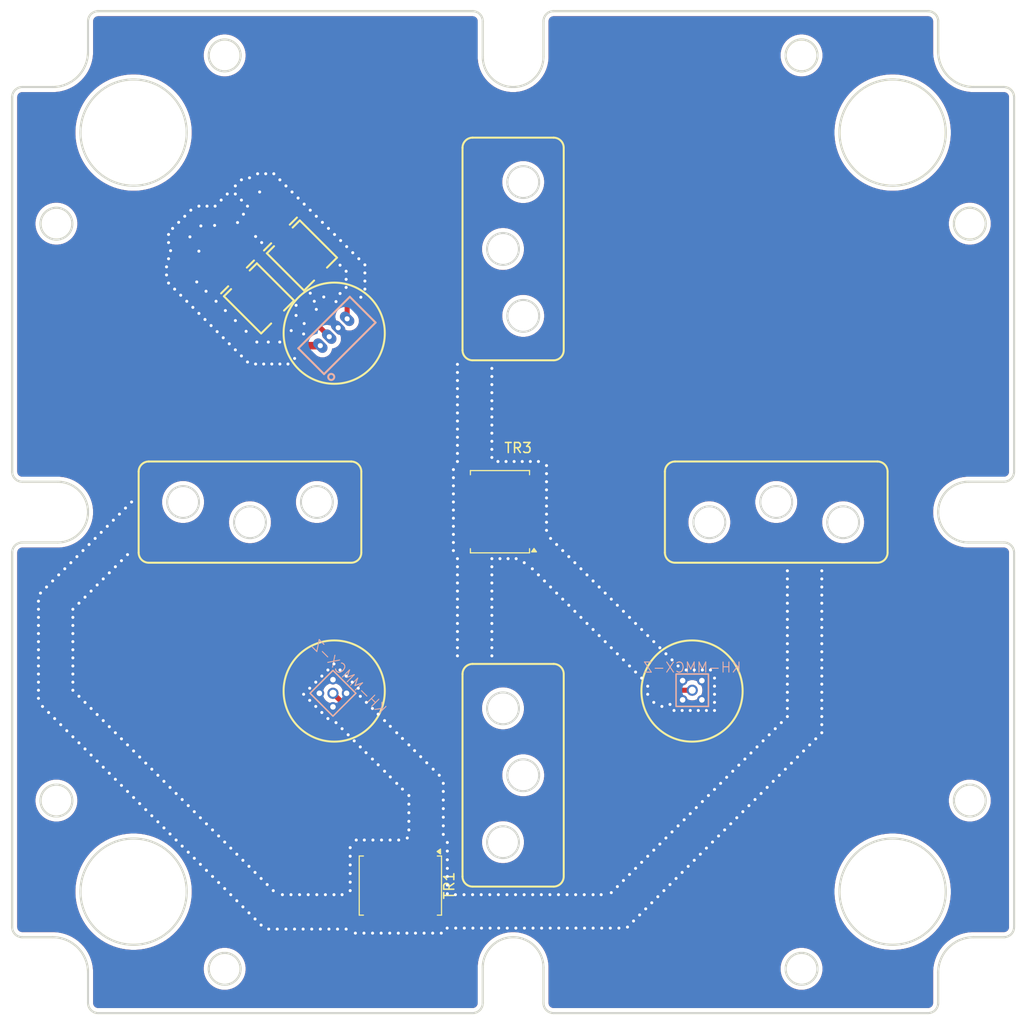
<source format=kicad_pcb>
(kicad_pcb (version 20241229) (generator "pcbnew") (generator_version "9.0")
  (layers (0 "F.Cu" signal) (2 "B.Cu" signal) (13 "F.Paste" user) (15 "B.Paste" user) (5 "F.SilkS" user "F.Silkscreen") (7 "B.SilkS" user "B.Silkscreen") (1 "F.Mask" user) (3 "B.Mask" user) (25 "Edge.Cuts" user))
  (net 0 "")
  (net 1 "GND")
  (net 2 "Net-(J0-In)")
  (net 3 "Net-(J1-In)")
  (net 4 "Net-(AE2-Pad2)")
  (net 5 "Net-(AE2-Pad1)")
  (net 6 "Net-(AE1-Pad2)")
  (net 7 "Net-(AE1-Pad1)")
  (net 8 "/v3v3")
  (net 9 "/pd0")
  (net 10 "Net-(D1-K)")
  (net 11 "Net-(D2-K)")
  (net 12 "/pd1")
  (footprint "yume:Yu-C-0402-mil" (layer "F.Cu") (at 67.895822 76.514214 -45)
    (property "Reference" "C3" (hide yes))
    (property "Value" "100nF")
  )
  (footprint "yume:Yu-C-0402-mil" (layer "F.Cu") (at 77.017498 69.231015 45)
    (property "Reference" "C4" (hide yes))
    (property "Value" "100pF")
  )
  (footprint "RF_Mini-Circuits:Mini-Circuits_CD542_H2.84mm" (layer "F.Cu") (at 99.2 100.56 180)
    (property "Reference" "TR3")
    (property "Value" "ADTL1-12")
  )
  (footprint "yume:Yu-C-0402-mil" (layer "F.Cu") (at 71.92633 71.635178 -45)
    (property "Reference" "C1" (hide yes))
    (property "Value" "100nF")
  )
  (footprint "yume:Yu-SOT-23-5" (layer "F.Cu") (at 70.017143 75.382843 135)
    (property "Reference" "U1" (hide yes))
    (property "Value" "LMV321")
  )
  (footprint "yume:Yu-SOT-23-5" (layer "F.Cu") (at 74.401203 70.574518 135)
    (property "Reference" "U2" (hide yes))
    (property "Value" "LMV321")
  )
  (footprint "yume:Yu-R-0402-mil" (layer "F.Cu") (at 78.148869 70.362386 45)
    (property "Reference" "R2" (hide yes))
    (property "Value" "10k")
  )
  (footprint "yume:Yu-D-PD-Osram-SFH2430" (layer "F.Cu") (at 75.391154 79.484062 -45)
    (property "Reference" "D1" (hide yes))
    (property "Value" "SFH2430")
  )
  (footprint "RF_Mini-Circuits:Mini-Circuits_CD542_H2.84mm" (layer "F.Cu") (at 89.36 137.5 -90)
    (property "Reference" "TR1")
    (property "Value" "ADTL1-12")
  )
  (footprint "yume:Yu-C-0402-mil" (layer "F.Cu") (at 73.0577 73.615077 45)
    (property "Reference" "C2" (hide yes))
    (property "Value" "100pF")
  )
  (footprint "yume:Yu-R-0402-mil" (layer "F.Cu") (at 73.976939 74.534316 45)
    (property "Reference" "R1" (hide yes))
    (property "Value" "10k")
  )
  (footprint "yume:Yu-D-PD-Osram-SFH2430" (layer "F.Cu") (at 79.633794 75.241422 -45)
    (property "Reference" "D2" (hide yes))
    (property "Value" "SFH2430")
  )
  (footprint "yume:Yu-Molex-Picoblade-530470410-1x04-1.25-THM-V" (layer "B.Cu") (at 83.092373 83.144023 45)
    (property "Reference" "J5" (hide yes))
    (property "Value" "~")
  )
  (footprint "SSS:Shenzhen Kinghelm Elec KH-MMCX-Z" (layer "B.Cu") (at 82.7 118.5 135)
    (property "Reference" "KH-MMCX-Z")
    (property "Value" "Shenzhen Kinghelm Elec KH-MMCX-Z")
  )
  (footprint "SSS:Shenzhen Kinghelm Elec KH-MMCX-Z" (layer "B.Cu") (at 118.2 118.2 180)
    (property "Reference" "KH-MMCX-Z")
    (property "Value" "Shenzhen Kinghelm Elec KH-MMCX-Z")
  )
  (gr_circle (center 63 63.100001) (end 68.25 63.100001) (stroke (width 0.2)) (fill no) (layer "F.SilkS"))
  (gr_line (start 85.5 104.600002) (end 85.5 96.600001) (stroke (width 0.2)) (layer "F.SilkS"))
  (gr_arc (start 104.5 150.100001) (mid 103.792893 149.807108) (end 103.5 149.100001) (stroke (width 0.2)) (layer "F.SilkS"))
  (gr_arc (start 105.5 136.600001) (mid 105.207107 137.307108) (end 104.5 137.600001) (stroke (width 0.2)) (layer "F.SilkS"))
  (gr_arc (start 95.5 116.6) (mid 95.792893 115.892894) (end 96.5 115.600001) (stroke (width 0.2)) (layer "F.SilkS"))
  (gr_arc (start 96.499998 85.600001) (mid 95.792893 85.307108) (end 95.5 84.600003) (stroke (width 0.2)) (layer "F.SilkS"))
  (gr_line (start 96.499998 85.600001) (end 104.5 85.600001) (stroke (width 0.2)) (layer "F.SilkS"))
  (gr_arc (start 95.5 64.6) (mid 95.792893 63.892894) (end 96.499998 63.600001) (stroke (width 0.2)) (layer "F.SilkS"))
  (gr_line (start 149 142.600001) (end 146 142.600001) (stroke (width 0.2)) (layer "F.SilkS"))
  (gr_line (start 142.5 146.100001) (end 142.5 149.100001) (stroke (width 0.2)) (layer "F.SilkS"))
  (gr_line (start 142.5 52.100001) (end 142.5 55.100001) (stroke (width 0.2)) (layer "F.SilkS"))
  (gr_line (start 115.5 96.600001) (end 115.5 104.600001) (stroke (width 0.2)) (layer "F.SilkS"))
  (gr_line (start 103.5 52.100001) (end 103.5 55.600001) (stroke (width 0.2)) (layer "F.SilkS"))
  (gr_line (start 59.499999 150.100001) (end 96.500002 150.100001) (stroke (width 0.2)) (layer "F.SilkS"))
  (gr_arc (start 145.5 103.600001) (mid 142.5 100.600001) (end 145.5 97.600001) (stroke (width 0.2)) (layer "F.SilkS"))
  (gr_arc (start 150 96.600001) (mid 149.707107 97.307108) (end 149 97.600001) (stroke (width 0.2)) (layer "F.SilkS"))
  (gr_line (start 146 58.600001) (end 149 58.600001) (stroke (width 0.2)) (layer "F.SilkS"))
  (gr_arc (start 103.5 55.600001) (mid 100.5 58.600001) (end 97.5 55.600001) (stroke (width 0.2)) (layer "F.SilkS"))
  (gr_circle (center 118.17767 118.277671) (end 123.17767 118.277671) (stroke (width 0.2)) (fill no) (layer "F.SilkS"))
  (gr_line (start 51 104.6) (end 51 141.600002) (stroke (width 0.2)) (layer "F.SilkS"))
  (gr_line (start 150 104.600001) (end 150 141.600001) (stroke (width 0.2)) (layer "F.SilkS"))
  (gr_circle (center 63 138.100001) (end 68.25 138.100001) (stroke (width 0.2)) (fill no) (layer "F.SilkS"))
  (gr_circle (center 129 55.475001) (end 130.575 55.475001) (stroke (width 0.2)) (fill no) (layer "F.SilkS"))
  (gr_arc (start 142.5 149.100001) (mid 142.207107 149.807108) (end 141.5 150.100001) (stroke (width 0.2)) (layer "F.SilkS"))
  (gr_arc (start 59.499999 150.100001) (mid 58.792893 149.807108) (end 58.5 149.100002) (stroke (width 0.2)) (layer "F.SilkS"))
  (gr_line (start 51 59.6) (end 51 96.600003) (stroke (width 0.2)) (layer "F.SilkS"))
  (gr_arc (start 63.5 96.6) (mid 63.792893 95.892894) (end 64.499999 95.600001) (stroke (width 0.2)) (layer "F.SilkS"))
  (gr_line (start 51.999999 58.600001) (end 55.000001 58.600001) (stroke (width 0.2)) (layer "F.SilkS"))
  (gr_arc (start 84.500001 95.600001) (mid 85.207107 95.892894) (end 85.5 96.600001) (stroke (width 0.2)) (layer "F.SilkS"))
  (gr_line (start 64.499999 105.600001) (end 84.500002 105.600001) (stroke (width 0.2)) (layer "F.SilkS"))
  (gr_arc (start 146 58.600001) (mid 143.525126 57.574875) (end 142.5 55.100001) (stroke (width 0.2)) (layer "F.SilkS"))
  (gr_line (start 64.499999 95.600001) (end 84.500001 95.600001) (stroke (width 0.2)) (layer "F.SilkS"))
  (gr_line (start 142.5 52.100001) (end 142.5 55.100001) (stroke (width 0.2)) (layer "F.SilkS"))
  (gr_line (start 149 97.600001) (end 145.5 97.600001) (stroke (width 0.2)) (layer "F.SilkS"))
  (gr_circle (center 138 63.100001) (end 143.25 63.100001) (stroke (width 0.2)) (fill no) (layer "F.SilkS"))
  (gr_arc (start 58.5 55.100002) (mid 57.474874 57.574875) (end 55.000001 58.600001) (stroke (width 0.2)) (layer "F.SilkS"))
  (gr_arc (start 51 59.6) (mid 51.292893 58.892894) (end 51.999999 58.600001) (stroke (width 0.2)) (layer "F.SilkS"))
  (gr_line (start 137.5 96.600001) (end 137.5 104.600001) (stroke (width 0.2)) (layer "F.SilkS"))
  (gr_arc (start 149 58.600001) (mid 149.707107 58.892894) (end 150 59.600001) (stroke (width 0.2)) (layer "F.SilkS"))
  (gr_arc (start 103.5 52.100001) (mid 103.792893 51.392894) (end 104.5 51.100001) (stroke (width 0.2)) (layer "F.SilkS"))
  (gr_arc (start 146 58.600001) (mid 143.525126 57.574875) (end 142.5 55.100001) (stroke (width 0.2)) (layer "F.SilkS"))
  (gr_arc (start 136.5 95.600001) (mid 137.207107 95.892894) (end 137.5 96.600001) (stroke (width 0.2)) (layer "F.SilkS"))
  (gr_arc (start 149 58.600001) (mid 149.707107 58.892894) (end 150 59.600001) (stroke (width 0.2)) (layer "F.SilkS"))
  (gr_arc (start 142.5 146.100001) (mid 143.525126 143.625127) (end 146 142.600001) (stroke (width 0.2)) (layer "F.SilkS"))
  (gr_circle (center 129 145.725001) (end 130.575 145.725001) (stroke (width 0.2)) (fill no) (layer "F.SilkS"))
  (gr_line (start 104.5 51.100001) (end 141.5 51.100001) (stroke (width 0.2)) (layer "F.SilkS"))
  (gr_arc (start 115.5 96.600001) (mid 115.792893 95.892894) (end 116.5 95.600001) (stroke (width 0.2)) (layer "F.SilkS"))
  (gr_arc (start 137.5 104.600001) (mid 137.207107 105.307108) (end 136.5 105.600001) (stroke (width 0.2)) (layer "F.SilkS"))
  (gr_arc (start 105.5 84.600001) (mid 105.207107 85.307108) (end 104.5 85.600001) (stroke (width 0.2)) (layer "F.SilkS"))
  (gr_arc (start 104.5 63.600001) (mid 105.207107 63.892894) (end 105.5 64.600001) (stroke (width 0.2)) (layer "F.SilkS"))
  (gr_arc (start 97.5 149.100002) (mid 97.207107 149.807108) (end 96.500002 150.100001) (stroke (width 0.2)) (layer "F.SilkS"))
  (gr_arc (start 85.5 104.600002) (mid 85.207107 105.307108) (end 84.500002 105.600001) (stroke (width 0.2)) (layer "F.SilkS"))
  (gr_arc (start 64.499999 105.600001) (mid 63.792893 105.307108) (end 63.5 104.600002) (stroke (width 0.2)) (layer "F.SilkS"))
  (gr_arc (start 150 141.600001) (mid 149.707107 142.307108) (end 149 142.600001) (stroke (width 0.2)) (layer "F.SilkS"))
  (gr_line (start 58.5 55.100002) (end 58.5 52.1) (stroke (width 0.2)) (layer "F.SilkS"))
  (gr_circle (center 82.82233 118.277671) (end 87.82233 118.277671) (stroke (width 0.2)) (fill no) (layer "F.SilkS"))
  (gr_line (start 104.5 115.600001) (end 96.5 115.600001) (stroke (width 0.2)) (layer "F.SilkS"))
  (gr_line (start 136.5 95.600001) (end 116.5 95.600001) (stroke (width 0.2)) (layer "F.SilkS"))
  (gr_line (start 63.5 104.600002) (end 63.5 96.6) (stroke (width 0.2)) (layer "F.SilkS"))
  (gr_arc (start 149 103.600001) (mid 149.707107 103.892894) (end 150 104.600001) (stroke (width 0.2)) (layer "F.SilkS"))
  (gr_circle (center 145.625 129.100001) (end 147.2 129.100001) (stroke (width 0.2)) (fill no) (layer "F.SilkS"))
  (gr_line (start 136.5 105.600001) (end 116.5 105.600001) (stroke (width 0.2)) (layer "F.SilkS"))
  (gr_line (start 55.000001 142.600001) (end 51.999999 142.600001) (stroke (width 0.2)) (layer "F.SilkS"))
  (gr_circle (center 145.625 72.100001) (end 147.2 72.100001) (stroke (width 0.2)) (fill no) (layer "F.SilkS"))
  (gr_circle (center 145.625 72.100001) (end 147.2 72.100001) (stroke (width 0.2)) (fill no) (layer "F.SilkS"))
  (gr_circle (center 82.82233 82.922331) (end 87.82233 82.922331) (stroke (width 0.2)) (fill no) (layer "F.SilkS"))
  (gr_circle (center 72 55.475001) (end 73.575 55.475001) (stroke (width 0.2)) (fill no) (layer "F.SilkS"))
  (gr_line (start 104.5 137.600001) (end 96.499999 137.600001) (stroke (width 0.2)) (layer "F.SilkS"))
  (gr_arc (start 58.5 52.1) (mid 58.792893 51.392894) (end 59.499999 51.100001) (stroke (width 0.2)) (layer "F.SilkS"))
  (gr_arc (start 51 104.6) (mid 51.292893 103.892894) (end 52 103.600001) (stroke (width 0.2)) (layer "F.SilkS"))
  (gr_line (start 51.999999 97.600001) (end 55.5 97.600001) (stroke (width 0.2)) (layer "F.SilkS"))
  (gr_arc (start 104.5 115.600001) (mid 105.207107 115.892894) (end 105.5 116.600001) (stroke (width 0.2)) (layer "F.SilkS"))
  (gr_circle (center 55.375 129.100001) (end 56.95 129.100001) (stroke (width 0.2)) (fill no) (layer "F.SilkS"))
  (gr_arc (start 55.000001 142.600001) (mid 57.474874 143.625127) (end 58.5 146.1) (stroke (width 0.2)) (layer "F.SilkS"))
  (gr_line (start 52 103.600001) (end 55.5 103.600001) (stroke (width 0.2)) (layer "F.SilkS"))
  (gr_line (start 95.5 136.600002) (end 95.5 116.6) (stroke (width 0.2)) (layer "F.SilkS"))
  (gr_arc (start 97.5 145.600001) (mid 100.5 142.600001) (end 103.5 145.600001) (stroke (width 0.2)) (layer "F.SilkS"))
  (gr_line (start 97.5 52.100001) (end 97.5 55.600001) (stroke (width 0.2)) (layer "F.SilkS"))
  (gr_line (start 105.5 64.600001) (end 105.5 84.600001) (stroke (width 0.2)) (layer "F.SilkS"))
  (gr_arc (start 141.5 51.100001) (mid 142.207107 51.392894) (end 142.5 52.100001) (stroke (width 0.2)) (layer "F.SilkS"))
  (gr_line (start 59.499999 51.100001) (end 96.500001 51.100001) (stroke (width 0.2)) (layer "F.SilkS"))
  (gr_line (start 97.5 149.100002) (end 97.5 145.600001) (stroke (width 0.2)) (layer "F.SilkS"))
  (gr_arc (start 116.5 105.600001) (mid 115.792893 105.307108) (end 115.5 104.600001) (stroke (width 0.2)) (layer "F.SilkS"))
  (gr_circle (center 72 145.725001) (end 73.575 145.725001) (stroke (width 0.2)) (fill no) (layer "F.SilkS"))
  (gr_arc (start 51.999999 142.600001) (mid 51.292893 142.307108) (end 51 141.600002) (stroke (width 0.2)) (layer "F.SilkS"))
  (gr_line (start 95.5 64.6) (end 95.5 84.600003) (stroke (width 0.2)) (layer "F.SilkS"))
  (gr_arc (start 96.499999 137.600001) (mid 95.792893 137.307108) (end 95.5 136.600002) (stroke (width 0.2)) (layer "F.SilkS"))
  (gr_circle (center 138 138.100001) (end 143.25 138.100001) (stroke (width 0.2)) (fill no) (layer "F.SilkS"))
  (gr_line (start 149 103.600001) (end 145.5 103.600001) (stroke (width 0.2)) (layer "F.SilkS"))
  (gr_line (start 104.5 150.100001) (end 141.5 150.100001) (stroke (width 0.2)) (layer "F.SilkS"))
  (gr_line (start 58.5 149.100002) (end 58.5 146.1) (stroke (width 0.2)) (layer "F.SilkS"))
  (gr_circle (center 129 55.475001) (end 130.575 55.475001) (stroke (width 0.2)) (fill no) (layer "F.SilkS"))
  (gr_line (start 103.5 149.100001) (end 103.5 145.600001) (stroke (width 0.2)) (layer "F.SilkS"))
  (gr_line (start 146 58.600001) (end 149 58.600001) (stroke (width 0.2)) (layer "F.SilkS"))
  (gr_arc (start 51.999999 97.600001) (mid 51.292893 97.307108) (end 51 96.600003) (stroke (width 0.2)) (layer "F.SilkS"))
  (gr_arc (start 55.5 97.600001) (mid 58.5 100.600001) (end 55.5 103.600001) (stroke (width 0.2)) (layer "F.SilkS"))
  (gr_arc (start 141.5 51.100001) (mid 142.207107 51.392894) (end 142.5 52.100001) (stroke (width 0.2)) (layer "F.SilkS"))
  (gr_arc (start 96.500001 51.100001) (mid 97.207107 51.392894) (end 97.5 52.100001) (stroke (width 0.2)) (layer "F.SilkS"))
  (gr_line (start 150 59.600001) (end 150 96.600001) (stroke (width 0.2)) (layer "F.SilkS"))
  (gr_line (start 96.499998 63.600001) (end 104.5 63.600001) (stroke (width 0.2)) (layer "F.SilkS"))
  (gr_circle (center 138 63.100001) (end 143.25 63.100001) (stroke (width 0.2)) (fill no) (layer "F.SilkS"))
  (gr_line (start 105.5 136.600001) (end 105.5 116.600001) (stroke (width 0.2)) (layer "F.SilkS"))
  (gr_circle (center 55.375 72.100001) (end 56.95 72.100001) (stroke (width 0.2)) (fill no) (layer "F.SilkS"))
  (gr_circle (center 133.11 101.600001) (end 131.535 101.600001) (stroke (width 0.2)) (fill no) (layer "Edge.Cuts"))
  (gr_circle (center 81.11 99.600001) (end 79.535 99.600001) (stroke (width 0.2)) (fill no) (layer "Edge.Cuts"))
  (gr_line (start 145.999999 58.600001) (end 149.000001 58.600001) (stroke (width 0.2)) (layer "Edge.Cuts"))
  (gr_arc (start 55 142.600001) (mid 57.474874 143.625127) (end 58.5 146.100001) (stroke (width 0.2)) (layer "Edge.Cuts"))
  (gr_arc (start 97.5 145.600001) (mid 100.5 142.600001) (end 103.5 145.600001) (stroke (width 0.2)) (layer "Edge.Cuts"))
  (gr_circle (center 101.5 67.990001) (end 99.925 67.99) (stroke (width 0.2)) (fill no) (layer "Edge.Cuts"))
  (gr_arc (start 141.500001 51.100001) (mid 142.207107 51.392894) (end 142.5 52.099999) (stroke (width 0.2)) (layer "Edge.Cuts"))
  (gr_circle (center 99.5 74.600001) (end 97.925 74.600001) (stroke (width 0.2)) (fill no) (layer "Edge.Cuts"))
  (gr_circle (center 145.625 129.100001) (end 144.05 129.100001) (stroke (width 0.2)) (fill no) (layer "Edge.Cuts"))
  (gr_arc (start 150 141.600002) (mid 149.707107 142.307108) (end 149.000002 142.600001) (stroke (width 0.2)) (layer "Edge.Cuts"))
  (gr_arc (start 142.5 149.100002) (mid 142.207107 149.807108) (end 141.500002 150.100001) (stroke (width 0.2)) (layer "Edge.Cuts"))
  (gr_circle (center 101.5 126.600001) (end 99.925 126.600001) (stroke (width 0.2)) (fill no) (layer "Edge.Cuts"))
  (gr_circle (center 129 55.475001) (end 127.425001 55.475001) (stroke (width 0.2)) (fill no) (layer "Edge.Cuts"))
  (gr_line (start 58.5 55.100001) (end 58.5 52.100001) (stroke (width 0.2)) (layer "Edge.Cuts"))
  (gr_line (start 51 96.600001) (end 51 59.600001) (stroke (width 0.2)) (layer "Edge.Cuts"))
  (gr_arc (start 51 104.600001) (mid 51.292893 103.892894) (end 52 103.600001) (stroke (width 0.2)) (layer "Edge.Cuts"))
  (gr_arc (start 103.5 55.600001) (mid 100.5 58.600001) (end 97.5 55.600001) (stroke (width 0.2)) (layer "Edge.Cuts"))
  (gr_arc (start 150 96.600002) (mid 149.707107 97.307108) (end 149.000001 97.600001) (stroke (width 0.2)) (layer "Edge.Cuts"))
  (gr_line (start 103.5 52.099999) (end 103.5 55.600001) (stroke (width 0.2)) (layer "Edge.Cuts"))
  (gr_circle (center 74.5 101.600001) (end 72.925 101.600001) (stroke (width 0.2)) (fill no) (layer "Edge.Cuts"))
  (gr_line (start 52 97.600001) (end 55.5 97.600001) (stroke (width 0.2)) (layer "Edge.Cuts"))
  (gr_circle (center 129 145.725001) (end 127.425001 145.725001) (stroke (width 0.2)) (fill no) (layer "Edge.Cuts"))
  (gr_line (start 55 142.600001) (end 52 142.600001) (stroke (width 0.2)) (layer "Edge.Cuts"))
  (gr_circle (center 119.89 101.600001) (end 118.315 101.600001) (stroke (width 0.2)) (fill no) (layer "Edge.Cuts"))
  (gr_line (start 103.5 149.100002) (end 103.5 145.600001) (stroke (width 0.2)) (layer "Edge.Cuts"))
  (gr_line (start 150 96.600002) (end 150 59.599999) (stroke (width 0.2)) (layer "Edge.Cuts"))
  (gr_arc (start 52 97.600001) (mid 51.292893 97.307108) (end 51 96.600001) (stroke (width 0.2)) (layer "Edge.Cuts"))
  (gr_arc (start 142.5 146.1) (mid 143.525126 143.625127) (end 145.999999 142.600001) (stroke (width 0.2)) (layer "Edge.Cuts"))
  (gr_line (start 52 103.600001) (end 55.5 103.600001) (stroke (width 0.2)) (layer "Edge.Cuts"))
  (gr_arc (start 51 59.600001) (mid 51.292893 58.892894) (end 52 58.600001) (stroke (width 0.2)) (layer "Edge.Cuts"))
  (gr_line (start 52 58.600001) (end 55 58.600001) (stroke (width 0.2)) (layer "Edge.Cuts"))
  (gr_line (start 149.000001 97.600001) (end 145.5 97.600001) (stroke (width 0.2)) (layer "Edge.Cuts"))
  (gr_circle (center 55.375 129.100001) (end 53.8 129.100001) (stroke (width 0.2)) (fill no) (layer "Edge.Cuts"))
  (gr_arc (start 104.499999 150.100001) (mid 103.792893 149.807108) (end 103.5 149.100002) (stroke (width 0.2)) (layer "Edge.Cuts"))
  (gr_line (start 150 141.600002) (end 150 104.599999) (stroke (width 0.2)) (layer "Edge.Cuts"))
  (gr_arc (start 103.5 52.099999) (mid 103.792893 51.392894) (end 104.499998 51.100001) (stroke (width 0.2)) (layer "Edge.Cuts"))
  (gr_line (start 142.5 52.099999) (end 142.5 55.100002) (stroke (width 0.2)) (layer "Edge.Cuts"))
  (gr_circle (center 138 63.100001) (end 132.75 63.100001) (stroke (width 0.2)) (fill no) (layer "Edge.Cuts"))
  (gr_arc (start 96.5 51.100001) (mid 97.207107 51.392894) (end 97.5 52.100001) (stroke (width 0.2)) (layer "Edge.Cuts"))
  (gr_arc (start 59.5 150.100001) (mid 58.792893 149.807108) (end 58.5 149.100001) (stroke (width 0.2)) (layer "Edge.Cuts"))
  (gr_arc (start 52 142.600001) (mid 51.292893 142.307108) (end 51 141.600001) (stroke (width 0.2)) (layer "Edge.Cuts"))
  (gr_line (start 59.5 150.100001) (end 96.5 150.100001) (stroke (width 0.2)) (layer "Edge.Cuts"))
  (gr_arc (start 145.999999 58.600001) (mid 143.525126 57.574875) (end 142.5 55.100002) (stroke (width 0.2)) (layer "Edge.Cuts"))
  (gr_line (start 97.5 149.100001) (end 97.5 145.600001) (stroke (width 0.2)) (layer "Edge.Cuts"))
  (gr_circle (center 99.5 133.210001) (end 97.925 133.210001) (stroke (width 0.2)) (fill no) (layer "Edge.Cuts"))
  (gr_arc (start 149.000002 103.600001) (mid 149.707107 103.892894) (end 150 104.599999) (stroke (width 0.2)) (layer "Edge.Cuts"))
  (gr_circle (center 55.375 72.100001) (end 53.8 72.100001) (stroke (width 0.2)) (fill no) (layer "Edge.Cuts"))
  (gr_arc (start 149.000001 58.600001) (mid 149.707107 58.892894) (end 150 59.599999) (stroke (width 0.2)) (layer "Edge.Cuts"))
  (gr_arc (start 145.5 103.600001) (mid 142.5 100.600001) (end 145.5 97.600001) (stroke (width 0.2)) (layer "Edge.Cuts"))
  (gr_circle (center 145.625 72.100001) (end 144.05 72.100001) (stroke (width 0.2)) (fill no) (layer "Edge.Cuts"))
  (gr_arc (start 58.5 55.100001) (mid 57.474874 57.574875) (end 55 58.600001) (stroke (width 0.2)) (layer "Edge.Cuts"))
  (gr_line (start 149.000002 103.600001) (end 145.5 103.600001) (stroke (width 0.2)) (layer "Edge.Cuts"))
  (gr_line (start 97.5 52.100001) (end 97.5 55.600001) (stroke (width 0.2)) (layer "Edge.Cuts"))
  (gr_circle (center 63 138.100001) (end 57.75 138.100001) (stroke (width 0.2)) (fill no) (layer "Edge.Cuts"))
  (gr_circle (center 67.89 99.600001) (end 66.315 99.600001) (stroke (width 0.2)) (fill no) (layer "Edge.Cuts"))
  (gr_arc (start 55.5 97.600001) (mid 58.5 100.600001) (end 55.5 103.600001) (stroke (width 0.2)) (layer "Edge.Cuts"))
  (gr_circle (center 99.5 119.990001) (end 97.925001 119.990001) (stroke (width 0.2)) (fill no) (layer "Edge.Cuts"))
  (gr_line (start 149.000002 142.600001) (end 145.999999 142.600001) (stroke (width 0.2)) (layer "Edge.Cuts"))
  (gr_circle (center 63 63.100001) (end 57.75 63.100001) (stroke (width 0.2)) (fill no) (layer "Edge.Cuts"))
  (gr_circle (center 72 145.725001) (end 70.425 145.725001) (stroke (width 0.2)) (fill no) (layer "Edge.Cuts"))
  (gr_circle (center 101.5 81.210001) (end 99.925 81.210001) (stroke (width 0.2)) (fill no) (layer "Edge.Cuts"))
  (gr_circle (center 72 55.475001) (end 70.425 55.475001) (stroke (width 0.2)) (fill no) (layer "Edge.Cuts"))
  (gr_circle (center 138 138.100001) (end 132.75 138.100001) (stroke (width 0.2)) (fill no) (layer "Edge.Cuts"))
  (gr_line (start 59.5 51.100001) (end 96.5 51.100001) (stroke (width 0.2)) (layer "Edge.Cuts"))
  (gr_line (start 104.499999 150.100001) (end 141.500002 150.100001) (stroke (width 0.2)) (layer "Edge.Cuts"))
  (gr_line (start 104.499998 51.100001) (end 141.500001 51.100001) (stroke (width 0.2)) (layer "Edge.Cuts"))
  (gr_arc (start 58.5 52.100001) (mid 58.792893 51.392894) (end 59.5 51.100001) (stroke (width 0.2)) (layer "Edge.Cuts"))
  (gr_arc (start 97.5 149.100001) (mid 97.207107 149.807108) (end 96.5 150.100001) (stroke (width 0.2)) (layer "Edge.Cuts"))
  (gr_line (start 58.5 149.100001) (end 58.5 146.100001) (stroke (width 0.2)) (layer "Edge.Cuts"))
  (gr_line (start 51 141.600001) (end 51 104.600001) (stroke (width 0.2)) (layer "Edge.Cuts"))
  (gr_line (start 142.5 146.1) (end 142.5 149.100002) (stroke (width 0.2)) (layer "Edge.Cuts"))
  (gr_circle (center 126.5 99.600001) (end 124.925 99.600001) (stroke (width 0.2)) (fill no) (layer "Edge.Cuts"))
  (segment (start 68.566867 73.403651) (end 69.645912 72.324607) (width 0.5) (layer "F.Cu") (net 1))
  (segment (start 81.790471 79.342641) (end 81.790471 77.398096) (width 0.5) (layer "F.Cu") (net 1))
  (segment (start 69.239326 77.857717) (end 69.239325 77.857717) (width 0.5) (layer "F.Cu") (net 1))
  (segment (start 69.698945 72.271574) (end 71.007092 72.271574) (width 0.5) (layer "F.Cu") (net 1))
  (segment (start 69.645912 72.324607) (end 69.698945 72.271574) (width 0.5) (layer "F.Cu") (net 1))
  (segment (start 77.547829 81.640739) (end 78.573133 82.666044) (width 1) (layer "F.Cu") (net 1))
  (segment (start 75.249732 71.423046) (end 74.684047 71.98873) (width 0.5) (layer "F.Cu") (net 1))
  (segment (start 73.269833 71.98873) (end 72.279883 71.98873) (width 0.5) (layer "F.Cu") (net 1))
  (segment (start 71.148514 79.766905) (end 72.067752 80.686144) (width 0.5) (layer "F.Cu") (net 1))
  (segment (start 76.310392 83.797414) (end 75.179022 83.797414) (width 0.5) (layer "F.Cu") (net 1))
  (segment (start 74.684047 71.98873) (end 73.269833 71.98873) (width 0.5) (layer "F.Cu") (net 1))
  (segment (start 73.0577 81.676093) (end 74.118361 82.736753) (width 0.5) (layer "F.Cu") (net 1))
  (segment (start 68.249374 76.867766) (end 69.239325 77.857717) (width 0.5) (layer "F.Cu") (net 1))
  (segment (start 81.790471 80.958237) (end 83.216117 82.383883) (width 0.5) (layer "F.Cu") (net 1))
  (segment (start 68.532218 73.438299) (end 68.566867 73.403651) (width 0.5) (layer "F.Cu") (net 1))
  (segment (start 77.441763 83.797414) (end 78.573133 82.666044) (width 0.5) (layer "F.Cu") (net 1))
  (segment (start 77.441763 83.797414) (end 76.310392 83.797414) (width 0.5) (layer "F.Cu") (net 1))
  (segment (start 74.118361 82.736753) (end 75.179022 83.797414) (width 0.5) (layer "F.Cu") (net 1))
  (segment (start 70.19392 76.903124) (end 70.158563 76.867767) (width 0.5) (layer "F.Cu") (net 1))
  (segment (start 70.19392 76.903124) (end 70.865669 76.231371) (width 0.5) (layer "F.Cu") (net 1))
  (segment (start 68.532218 73.897919) (end 68.532218 73.438299) (width 0.5) (layer "F.Cu") (net 1))
  (segment (start 72.067752 80.686144) (end 73.0577 81.676093) (width 0.5) (layer "F.Cu") (net 1))
  (segment (start 69.239325 77.857717) (end 70.158563 78.776955) (width 0.5) (layer "F.Cu") (net 1))
  (segment (start 69.451457 74.817158) (end 68.532218 73.897919) (width 0.5) (layer "F.Cu") (net 1))
  (segment (start 81.790471 79.342641) (end 81.790471 80.958237) (width 0.5) (layer "F.Cu") (net 1))
  (segment (start 70.158563 78.776955) (end 71.148514 79.766905) (width 0.5) (layer "F.Cu") (net 1))
  (segment (start 72.279883 71.98873) (end 71.99704 72.271574) (width 0.5) (layer "F.Cu") (net 1))
  (segment (start 69.451457 74.817158) (end 70.865669 76.231371) (width 0.5) (layer "F.Cu") (net 1))
  (segment (start 70.19392 76.903124) (end 69.239326 77.857717) (width 0.5) (layer "F.Cu") (net 1))
  (segment (start 71.99704 72.271574) (end 71.007092 72.271574) (width 0.5) (layer "F.Cu") (net 1))
  (via (at 92.551472 142.2) (size 0.6) (drill 0.3) (layers "F.Cu" "B.Cu") (net 1))
  (via (at 94 136.6) (size 0.6) (drill 0.3) (layers "F.Cu" "B.Cu") (net 1))
  (via (at 126.8 126.6) (size 0.6) (drill 0.3) (layers "F.Cu" "B.Cu") (net 1))
  (via (at 80.4 119.2) (size 0.6) (drill 0.3) (layers "F.Cu" "B.Cu") (net 1))
  (via (at 116.2 132.2) (size 0.6) (drill 0.3) (layers "F.Cu" "B.Cu") (net 1))
  (via (at 55.8 121.6) (size 0.6) (drill 0.3) (layers "F.Cu" "B.Cu") (net 1))
  (via (at 108.4 138.4) (size 0.6) (drill 0.3) (layers "F.Cu" "B.Cu") (net 1))
  (via (at 115.2 119.8) (size 0.6) (drill 0.3) (layers "F.Cu" "B.Cu") (net 1))
  (via (at 75.054468 73.368125) (size 0.6) (drill 0.3) (layers "F.Cu" "B.Cu") (net 1))
  (via (at 113.8 117.8) (size 0.6) (drill 0.3) (layers "F.Cu" "B.Cu") (net 1))
  (via (at 81.951472 138.4) (size 0.6) (drill 0.3) (layers "F.Cu" "B.Cu") (net 1))
  (via (at 75.054468 85.968125) (size 0.6) (drill 0.3) (layers "F.Cu" "B.Cu") (net 1))
  (via (at 117.4 131) (size 0.6) (drill 0.3) (layers "F.Cu" "B.Cu") (net 1))
  (via (at 58.8 120) (size 0.6) (drill 0.3) (layers "F.Cu" "B.Cu") (net 1))
  (via (at 129.8 123.6) (size 0.6) (drill 0.3) (layers "F.Cu" "B.Cu") (net 1))
  (via (at 86 119.4) (size 0.6) (drill 0.3) (layers "F.Cu" "B.Cu") (net 1))
  (via (at 110.2 138.2) (size 0.6) (drill 0.3) (layers "F.Cu" "B.Cu") (net 1))
  (via (at 80.854468 79.768125) (size 0.6) (drill 0.3) (layers "F.Cu" "B.Cu") (net 1))
  (via (at 72 133.2) (size 0.6) (drill 0.3) (layers "F.Cu" "B.Cu") (net 1))
  (via (at 98.4 87.2) (size 0.6) (drill 0.3) (layers "F.Cu" "B.Cu") (net 1))
  (via (at 55.599999 106.800001) (size 0.6) (drill 0.3) (layers "F.Cu" "B.Cu") (net 1))
  (via (at 93.6 129.897056) (size 0.6) (drill 0.3) (layers "F.Cu" "B.Cu") (net 1))
  (via (at 78.654468 68.968125) (size 0.6) (drill 0.3) (layers "F.Cu" "B.Cu") (net 1))
  (via (at 73.854468 71.168125) (size 0.6) (drill 0.3) (layers "F.Cu" "B.Cu") (net 1))
  (via (at 73.654468 67.768125) (size 0.6) (drill 0.3) (layers "F.Cu" "B.Cu") (net 1))
  (via (at 103.8 98.4) (size 0.6) (drill 0.3) (layers "F.Cu" "B.Cu") (net 1))
  (via (at 95.67868 141.703658) (size 0.6) (drill 0.3) (layers "F.Cu" "B.Cu") (net 1))
  (via (at 131 120) (size 0.6) (drill 0.3) (layers "F.Cu" "B.Cu") (net 1))
  (via (at 77.2 141.8) (size 0.6) (drill 0.3) (layers "F.Cu" "B.Cu") (net 1))
  (via (at 83.4 79) (size 0.6) (drill 0.3) (layers "F.Cu" "B.Cu") (net 1))
  (via (at 98.4 106.8) (size 0.6) (drill 0.3) (layers "F.Cu" "B.Cu") (net 1))
  (via (at 98.4 88.8) (size 0.6) (drill 0.3) (layers "F.Cu" "B.Cu") (net 1))
  (via (at 105.830866 138.4) (size 0.6) (drill 0.3) (layers "F.Cu" "B.Cu") (net 1))
  (via (at 58.599999 103.800001) (size 0.6) (drill 0.3) (layers "F.Cu" "B.Cu") (net 1))
  (via (at 79.751472 141.8) (size 0.6) (drill 0.3) (layers "F.Cu" "B.Cu") (net 1))
  (via (at 84 76.8) (size 0.6) (drill 0.3) (layers "F.Cu" "B.Cu") (net 1))
  (via (at 85.8 133) (size 0.6) (drill 0.3) (layers "F.Cu" "B.Cu") (net 1))
  (via (at 118.6 129.8) (size 0.6) (drill 0.3) (layers "F.Cu" "B.Cu") (net 1))
  (via (at 112.6 135.8) (size 0.6) (drill 0.3) (layers "F.Cu" "B.Cu") (net 1))
  (via (at 68.254468 79.768125) (size 0.6) (drill 0.3) (layers "F.Cu" "B.Cu") (net 1))
  (via (at 108.406602 141.703658) (size 0.6) (drill 0.3) (layers "F.Cu" "B.Cu") (net 1))
  (via (at 131 115.2) (size 0.6) (drill 0.3) (layers "F.Cu" "B.Cu") (net 1))
  (via (at 95 106) (size 0.6) (drill 0.3) (layers "F.Cu" "B.Cu") (net 1))
  (via (at 115 114) (size 0.6) (drill 0.3) (layers "F.Cu" "B.Cu") (net 1))
  (via (at 78.551472 138.4) (size 0.6) (drill 0.3) (layers "F.Cu" "B.Cu") (net 1))
  (via (at 58.200001 108.999999) (size 0.6) (drill 0.3) (layers "F.Cu" "B.Cu") (net 1))
  (via (at 85.854468 76.968125) (size 0.6) (drill 0.3) (layers "F.Cu" "B.Cu") (net 1))
  (via (at 85.454468 79.368125) (size 0.6) (drill 0.3) (layers "F.Cu" "B.Cu") (net 1))
  (via (at 68.4 129.6) (size 0.6) (drill 0.3) (layers "F.Cu" "B.Cu") (net 1))
  (via (at 103.8 96.8) (size 0.6) (drill 0.3) (layers "F.Cu" "B.Cu") (net 1))
  (via (at 131 118.4) (size 0.6) (drill 0.3) (layers "F.Cu" "B.Cu") (net 1))
  (via (at 78.902944 141.8) (size 0.6) (drill 0.3) (layers "F.Cu" "B.Cu") (net 1))
  (via (at 105.4 104.4) (size 0.6) (drill 0.3) (layers "F.Cu" "B.Cu") (net 1))
  (via (at 125.8 122.6) (size 0.6) (drill 0.3) (layers "F.Cu" "B.Cu") (net 1))
  (via (at 101.588225 138.4) (size 0.6) (drill 0.3) (layers "F.Cu" "B.Cu") (net 1))
  (via (at 131 121.6) (size 0.6) (drill 0.3) (layers "F.Cu" "B.Cu") (net 1))
  (via (at 87.460303 142.2) (size 0.6) (drill 0.3) (layers "F.Cu" "B.Cu") (net 1))
  (via (at 91.965686 125.365686) (size 0.6) (drill 0.3) (layers "F.Cu" "B.Cu") (net 1))
  (via (at 105.4 109.2) (size 0.6) (drill 0.3) (layers "F.Cu" "B.Cu") (net 1))
  (via (at 90.042641 132.8) (size 0.6) (drill 0.3) (layers "F.Cu" "B.Cu") (net 1))
  (via (at 126.4 122) (size 0.6) (drill 0.3) (layers "F.Cu" "B.Cu") (net 1))
  (via (at 102.2 95.6) (size 0.6) (drill 0.3) (layers "F.Cu" "B.Cu") (net 1))
  (via (at 90.765686 124.165686) (size 0.6) (drill 0.3) (layers "F.Cu" "B.Cu") (net 1))
  (via (at 98.4 114) (size 0.6) (drill 0.3) (layers "F.Cu" "B.Cu") (net 1))
  (via (at 99.92132 141.703658) (size 0.6) (drill 0.3) (layers "F.Cu" "B.Cu") (net 1))
  (via (at 127.6 116.8) (size 0.6) (drill 0.3) (layers "F.Cu" "B.Cu") (net 1))
  (via (at 68.566867 73.403651) (size 0.6) (drill 0.3) (layers "F.Cu" "B.Cu") (net 1))
  (via (at 81.6 116.8) (size 0.6) (drill 0.3) (layers "F.Cu" "B.Cu") (net 1))
  (via (at 109.2 138.4) (size 0.6) (drill 0.3) (layers "F.Cu" "B.Cu") (net 1))
  (via (at 68.654468 70.768125) (size 0.6) (drill 0.3) (layers "F.Cu" "B.Cu") (net 1))
  (via (at 54.6 120.4) (size 0.6) (drill 0.3) (layers "F.Cu" "B.Cu") (net 1))
  (via (at 116.2 115.2) (size 0.6) (drill 0.3) (layers "F.Cu" "B.Cu") (net 1))
  (via (at 131 108) (size 0.6) (drill 0.3) (layers "F.Cu" "B.Cu") (net 1))
  (via (at 99 95.6) (size 0.6) (drill 0.3) (layers "F.Cu" "B.Cu") (net 1))
  (via (at 70.054468 81.568125) (size 0.6) (drill 0.3) (layers "F.Cu" "B.Cu") (net 1))
  (via (at 85.854468 78.568125) (size 0.6) (drill 0.3) (layers "F.Cu" "B.Cu") (net 1))
  (via (at 110.2 114) (size 0.6) (drill 0.3) (layers "F.Cu" "B.Cu") (net 1))
  (via (at 131 122.4) (size 0.6) (drill 0.3) (layers "F.Cu" "B.Cu") (net 1))
  (via (at 107.8 106.8) (size 0.6) (drill 0.3) (layers "F.Cu" "B.Cu") (net 1))
  (via (at 88.308831 142.2) (size 0.6) (drill 0.3) (layers "F.Cu" "B.Cu") (net 1))
  (via (at 83.454468 73.768125) (size 0.6) (drill 0.3) (layers "F.Cu" "B.Cu") (net 1))
  (via (at 76.8 138) (size 0.6) (drill 0.3) (layers "F.Cu" "B.Cu") (net 1))
  (via (at 103 95.6) (size 0.6) (drill 0.3) (layers "F.Cu" "B.Cu") (net 1))
  (via (at 76.310392 83.797414) (size 0.6) (drill 0.3) (layers "F.Cu" "B.Cu") (net 1))
  (via (at 81.102944 138.4) (size 0.6) (drill 0.3) (layers "F.Cu" "B.Cu") (net 1))
  (via (at 57 113.4) (size 0.6) (drill 0.3) (layers "F.Cu" "B.Cu") (net 1))
  (via (at 102.436755 138.4) (size 0.6) (drill 0.3) (layers "F.Cu" "B.Cu") (net 1))
  (via (at 98.4 88) (size 0.6) (drill 0.3) (layers "F.Cu" "B.Cu") (net 1))
  (via (at 79.054468 80.168125) (size 0.6) (drill 0.3) (layers "F.Cu" "B.Cu") (net 1))
  (via (at 75 136.2) (size 0.6) (drill 0.3) (layers "F.Cu" "B.Cu") (net 1))
  (via (at 74.454468 67.568125) (size 0.6) (drill 0.3) (layers "F.Cu" "B.Cu") (net 1))
  (via (at 80.454468 70.768125) (size 0.6) (drill 0.3) (layers "F.Cu" "B.Cu") (net 1))
  (via (at 53.6 116.6) (size 0.6) (drill 0.3) (layers "F.Cu" "B.Cu") (net 1))
  (via (at 53.6 117.4) (size 0.6) (drill 0.3) (layers "F.Cu" "B.Cu") (net 1))
  (via (at 125 128.4) (size 0.6) (drill 0.3) (layers "F.Cu" "B.Cu") (net 1))
  (via (at 94.6 103.600001) (size 0.6) (drill 0.3) (layers "F.Cu" "B.Cu") (net 1))
  (via (at 103 106.8) (size 0.6) (drill 0.3) (layers "F.Cu" "B.Cu") (net 1))
  (via (at 91.365686 124.765686) (size 0.6) (drill 0.3) (layers "F.Cu" "B.Cu") (net 1))
  (via (at 95 110) (size 0.6) (drill 0.3) (layers "F.Cu" "B.Cu") (net 1))
  (via (at 61.2 122.4) (size 0.6) (drill 0.3) (layers "F.Cu" "B.Cu") (net 1))
  (via (at 114.8 138.6) (size 0.6) (drill 0.3) (layers "F.Cu" "B.Cu") (net 1))
  (via (at 71.654468 69.768125) (size 0.6) (drill 0.3) (layers "F.Cu" "B.Cu") (net 1))
  (via (at 73.054468 69.168125) (size 0.6) (drill 0.3) (layers "F.Cu" "B.Cu") (net 1))
  (via (at 81.790471 79.342641) (size 0.6) (drill 0.3) (layers "F.Cu" "B.Cu") (net 1))
  (via (at 75.654468 73.968125) (size 0.6) (drill 0.3) (layers "F.Cu" "B.Cu") (net 1))
  (via (at 131 113.6) (size 0.6) (drill 0.3) (layers "F.Cu" "B.Cu") (net 1))
  (via (at 57 112.6) (size 0.6) (drill 0.3) (layers "F.Cu" "B.Cu") (net 1))
  (via (at 71.4 137.2) (size 0.6) (drill 0.3) (layers "F.Cu" "B.Cu") (net 1))
  (via (at 129.2 124.2) (size 0.6) (drill 0.3) (layers "F.Cu" "B.Cu") (net 1))
  (via (at 104.2 108) (size 0.6) (drill 0.3) (layers "F.Cu" "B.Cu") (net 1))
  (via (at 94.6 98.000001) (size 0.6) (drill 0.3) (layers "F.Cu" "B.Cu") (net 1))
  (via (at 98.4 107.6) (size 0.6) (drill 0.3) (layers "F.Cu" "B.Cu") (net 1))
  (via (at 127.6 111.199999) (size 0.6) (drill 0.3) (layers "F.Cu" "B.Cu") (net 1))
  (via (at 99.8 95.6) (size 0.6) (drill 0.3) (layers "F.Cu" "B.Cu") (net 1))
  (via (at 127.6 115.2) (size 0.6) (drill 0.3) (layers "F.Cu" "B.Cu") (net 1))
  (via (at 127.6 112) (size 0.6) (drill 0.3) (layers "F.Cu" "B.Cu") (net 1))
  (via (at 124.6 123.8) (size 0.6) (drill 0.3) (layers "F.Cu" "B.Cu") (net 1))
  (via (at 116.8 131.6) (size 0.6) (drill 0.3) (layers "F.Cu" "B.Cu") (net 1))
  (via (at 99.042641 138.4) (size 0.6) (drill 0.3) (layers "F.Cu" "B.Cu") (net 1))
  (via (at 128.6 124.8) (size 0.6) (drill 0.3) (layers "F.Cu" "B.Cu") (net 1))
  (via (at 102.466905 141.703658) (size 0.6) (drill 0.3) (layers "F.Cu" "B.Cu") (net 1))
  (via (at 120.4 119.4) (size 0.6) (drill 0.3) (layers "F.Cu" "B.Cu") (net 1))
  (via (at 118 120.2) (size 0.6) (drill 0.3) (layers "F.Cu" "B.Cu") (net 1))
  (via (at 73.8 139.6) (size 0.6) (drill 0.3) (layers "F.Cu" "B.Cu") (net 1))
  (via (at 76.2 137.4) (size 0.6) (drill 0.3) (layers "F.Cu" "B.Cu") (net 1))
  (via (at 95 114) (size 0.6) (drill 0.3) (layers "F.Cu" "B.Cu") (net 1))
  (via (at 56.8 105.6) (size 0.6) (drill 0.3) (layers "F.Cu" "B.Cu") (net 1))
  (via (at 66.454468 77.968125) (size 0.6) (drill 0.3) (layers "F.Cu" "B.Cu") (net 1))
  (via (at 70.254468 70.368125) (size 0.6) (drill 0.3) (layers "F.Cu" "B.Cu") (net 1))
  (via (at 86.6 120) (size 0.6) (drill 0.3) (layers "F.Cu" "B.Cu") (net 1))
  (via (at 72.6 138.4) (size 0.6) (drill 0.3) (layers "F.Cu" "B.Cu") (net 1))
  (via (at 66.254468 77.168125) (size 0.6) (drill 0.3) (layers "F.Cu" "B.Cu") (net 1))
  (via (at 96.497058 138.4) (size 0.6) (drill 0.3) (layers "F.Cu" "B.Cu") (net 1))
  (via (at 107.8 111.6) (size 0.6) (drill 0.3) (layers "F.Cu" "B.Cu") (net 1))
  (via (at 115 133.4) (size 0.6) (drill 0.3) (layers "F.Cu" "B.Cu") (net 1))
  (via (at 65.4 126.6) (size 0.6) (drill 0.3) (layers "F.Cu" "B.Cu") (net 1))
  (via (at 94 134.951472) (size 0.6) (drill 0.3) (layers "F.Cu" "B.Cu") (net 1))
  (via (at 110.8 137.6) (size 0.6) (drill 0.3) (layers "F.Cu" "B.Cu") (net 1))
  (via (at 103.8 101.6) (size 0.6) (drill 0.3) (layers "F.Cu" "B.Cu") (net 1))
  (via (at 112 111) (size 0.6) (drill 0.3) (layers "F.Cu" "B.Cu") (net 1))
  (via (at 110.8 114.6) (size 0.6) (drill 0.3) (layers "F.Cu" "B.Cu") (net 1))
  (via (at 68.854468 80.368125) (size 0.6) (drill 0.3) (layers "F.Cu" "B.Cu") (net 1))
  (via (at 54.4 108) (size 0.6) (drill 0.3) (layers "F.Cu" "B.Cu") (net 1))
  (via (at 125.2 123.2) (size 0.6) (drill 0.3) (layers "F.Cu" "B.Cu") (net 1))
  (via (at 84.4 135.460303) (size 0.6) (drill 0.3) (layers "F.Cu" "B.Cu") (net 1))
  (via (at 66.854468 72.568125) (size 0.6) (drill 0.3) (layers "F.Cu" "B.Cu") (net 1))
  (via (at 93.6 130.745584) (size 0.6) (drill 0.3) (layers "F.Cu" "B.Cu") (net 1))
  (via (at 95 91.6) (size 0.6) (drill 0.3) (layers "F.Cu" "B.Cu") (net 1))
  (via (at 94.6 96.4) (size 0.6) (drill 0.3) (layers "F.Cu" "B.Cu") (net 1))
  (via (at 98.4 89.6) (size 0.6) (drill 0.3) (layers "F.Cu" "B.Cu") (net 1))
  (via (at 69 134.8) (size 0.6) (drill 0.3) (layers "F.Cu" "B.Cu") (net 1))
  (via (at 95 94) (size 0.6) (drill 0.3) (layers "F.Cu" "B.Cu") (net 1))
  (via (at 66.654468 74.768125) (size 0.6) (drill 0.3) (layers "F.Cu" "B.Cu") (net 1))
  (via (at 107.2 111) (size 0.6) (drill 0.3) (layers "F.Cu" "B.Cu") (net 1))
  (via (at 101.4 95.6) (size 0.6) (drill 0.3) (layers "F.Cu" "B.Cu") (net 1))
  (via (at 85.854468 76.168125) (size 0.6) (drill 0.3) (layers "F.Cu" "B.Cu") (net 1))
  (via (at 70.8 136.6) (size 0.6) (drill 0.3) (layers "F.Cu" "B.Cu") (net 1))
  (via (at 64.8 130.6) (size 0.6) (drill 0.3) (layers "F.Cu" "B.Cu") (net 1))
  (via (at 73.054468 68.368125) (size 0.6) (drill 0.3) (layers "F.Cu" "B.Cu") (net 1))
  (via (at 95 111.6) (size 0.6) (drill 0.3) (layers "F.Cu" "B.Cu") (net 1))
  (via (at 104.982338 138.4) (size 0.6) (drill 0.3) (layers "F.Cu" "B.Cu") (net 1))
  (via (at 116.4 120.2) (size 0.6) (drill 0.3) (layers "F.Cu" "B.Cu") (net 1))
  (via (at 71.254468 82.768125) (size 0.6) (drill 0.3) (layers "F.Cu" "B.Cu") (net 1))
  (via (at 79.8 83) (size 0.6) (drill 0.3) (layers "F.Cu" "B.Cu") (net 1))
  (via (at 101.6 105.6) (size 0.6) (drill 0.3) (layers "F.Cu" "B.Cu") (net 1))
  (via (at 112.6 111.6) (size 0.6) (drill 0.3) (layers "F.Cu" "B.Cu") (net 1))
  (via (at 81 119.8) (size 0.6) (drill 0.3) (layers "F.Cu" "B.Cu") (net 1))
  (via (at 75.179022 83.797414) (size 0.6) (drill 0.3) (layers "F.Cu" "B.Cu") (net 1))
  (via (at 83.4 76.2) (size 0.6) (drill 0.3) (layers "F.Cu" "B.Cu") (net 1))
  (via (at 74.118361 82.736753) (size 0.6) (drill 0.3) (layers "F.Cu" "B.Cu") (net 1))
  (via (at 119.8 128.6) (size 0.6) (drill 0.3) (layers "F.Cu" "B.Cu") (net 1))
  (via (at 87.497056 133) (size 0.6) (drill 0.3) (layers "F.Cu" "B.Cu") (net 1))
  (via (at 123.4 125) (size 0.6) (drill 0.3) (layers "F.Cu" "B.Cu") (net 1))
  (via (at 85.763247 142.2) (size 0.6) (drill 0.3) (layers "F.Cu" "B.Cu") (net 1))
  (via (at 82.2 121) (size 0.6) (drill 0.3) (layers "F.Cu" "B.Cu") (net 1))
  (via (at 106.6 105.6) (size 0.6) (drill 0.3) (layers "F.Cu" "B.Cu") (net 1))
  (via (at 110.103658 141.703658) (size 0.6) (drill 0.3) (layers "F.Cu" "B.Cu") (net 1))
  (via (at 85 133) (size 0.6) (drill 0.3) (layers "F.Cu" "B.Cu") (net 1))
  (via (at 93.6 131.594113) (size 0.6) (drill 0.3) (layers "F.Cu" "B.Cu") (net 1))
  (via (at 98.4 108.4) (size 0.6) (drill 0.3) (layers "F.Cu" "B.Cu") (net 1))
  (via (at 131 111.199999) (size 0.6) (drill 0.3) (layers "F.Cu" "B.Cu") (net 1))
  (via (at 109 108) (size 0.6) (drill 0.3) (layers "F.Cu" "B.Cu") (net 1))
  (via (at 81.054468 71.368125) (size 0.6) (drill 0.3) (layers "F.Cu" "B.Cu") (net 1))
  (via (at 115.6 132.8) (size 0.6) (drill 0.3) (layers "F.Cu" "B.Cu") (net 1))
  (via (at 76.351472 141.8) (size 0.6) (drill 0.3) (layers "F.Cu" "B.Cu") (net 1))
  (via (at 72.067752 80.686144) (size 0.6) (drill 0.3) (layers "F.Cu" "B.Cu") (net 1))
  (via (at 69 130.2) (size 0.6) (drill 0.3) (layers "F.Cu" "B.Cu") (net 1))
  (via (at 127.6 109.6) (size 0.6) (drill 0.3) (layers "F.Cu" "B.Cu") (net 1))
  (via (at 93.2 126.6) (size 0.6) (drill 0.3) (layers "F.Cu" "B.Cu") (net 1))
  (via (at 94 134.091169) (size 0.6) (drill 0.3) (layers "F.Cu" "B.Cu") (net 1))
  (via (at 94.8 138.4) (size 0.6) (drill 0.3) (layers "F.Cu" "B.Cu") (net 1))
  (via (at 124.4 129) (size 0.6) (drill 0.3) (layers "F.Cu" "B.Cu") (net 1))
  (via (at 84 78.4) (size 0.6) (drill 0.3) (layers "F.Cu" "B.Cu") (net 1))
  (via (at 94.830152 141.703658) (size 0.6) (drill 0.3) (layers "F.Cu" "B.Cu") (net 1))
  (via (at 118.4 135) (size 0.6) (drill 0.3) (layers "F.Cu" "B.Cu") (net 1))
  (via (at 127.6 116) (size 0.6) (drill 0.3) (layers "F.Cu" "B.Cu") (net 1))
  (via (at 94.6 102) (size 0.6) (drill 0.3) (layers "F.Cu" "B.Cu") (net 1))
  (via (at 65.4 131.2) (size 0.6) (drill 0.3) (layers "F.Cu" "B.Cu") (net 1))
  (via (at 95 93.2) (size 0.6) (drill 0.3) (layers "F.Cu" "B.Cu") (net 1))
  (via (at 61.200001 105.999999) (size 0.6) (drill 0.3) (layers "F.Cu" "B.Cu") (net 1))
  (via (at 55 107.4) (size 0.6) (drill 0.3) (layers "F.Cu" "B.Cu") (net 1))
  (via (at 64.8 126) (size 0.6) (drill 0.3) (layers "F.Cu" "B.Cu") (net 1))
  (via (at 103.8 102.4) (size 0.6) (drill 0.3) (layers "F.Cu" "B.Cu") (net 1))
  (via (at 121 127.4) (size 0.6) (drill 0.3) (layers "F.Cu" "B.Cu") (net 1))
  (via (at 64.2 130) (size 0.6) (drill 0.3) (layers "F.Cu" "B.Cu") (net 1))
  (via (at 98.4 110) (size 0.6) (drill 0.3) (layers "F.Cu" "B.Cu") (net 1))
  (via (at 53.6 109.399999) (size 0.6) (drill 0.3) (layers "F.Cu" "B.Cu") (net 1))
  (via (at 98.4 92.8) (size 0.6) (drill 0.3) (layers "F.Cu" "B.Cu") (net 1))
  (via (at 80.6 141.8) (size 0.6) (drill 0.3) (layers "F.Cu" "B.Cu") (net 1))
  (via (at 131 119.2) (size 0.6) (drill 0.3) (layers "F.Cu" "B.Cu") (net 1))
  (via (at 96.527208 141.703658) (size 0.6) (drill 0.3) (layers "F.Cu" "B.Cu") (net 1))
  (via (at 97.375736 141.703658) (size 0.6) (drill 0.3) (layers "F.Cu" "B.Cu") (net 1))
  (via (at 94.6 102.8) (size 0.6) (drill 0.3) (layers "F.Cu" "B.Cu") (net 1))
  (via (at 83.151472 141.8) (size 0.6) (drill 0.3) (layers "F.Cu" "B.Cu") (net 1))
  (via (at 75.454468 68.968125) (size 0.6) (drill 0.3) (layers "F.Cu" "B.Cu") (net 1))
  (via (at 61.2 127) (size 0.6) (drill 0.3) (layers "F.Cu" "B.Cu") (net 1))
  (via (at 103.8 100.8) (size 0.6) (drill 0.3) (layers "F.Cu" "B.Cu") (net 1))
  (via (at 60.999999 101.400001) (size 0.6) (drill 0.3) (layers "F.Cu" "B.Cu") (net 1))
  (via (at 93.6 129.048528) (size 0.6) (drill 0.3) (layers "F.Cu" "B.Cu") (net 1))
  (via (at 82.302944 141.8) (size 0.6) (drill 0.3) (layers "F.Cu" "B.Cu") (net 1))
  (via (at 56.199999 106.200001) (size 0.6) (drill 0.3) (layers "F.Cu" "B.Cu") (net 1))
  (via (at 60.399999 102.000001) (size 0.6) (drill 0.3) (layers "F.Cu" "B.Cu") (net 1))
  (via (at 69.451457 74.817158) (size 0.6) (drill 0.3) (layers "F.Cu" "B.Cu") (net 1))
  (via (at 119.2 129.2) (size 0.6) (drill 0.3) (layers "F.Cu" "B.Cu") (net 1))
  (via (at 57 111) (size 0.6) (drill 0.3) (layers "F.Cu" "B.Cu") (net 1))
  (via (at 95 86) (size 0.6) (drill 0.3) (layers "F.Cu" "B.Cu") (net 1))
  (via (at 60.600001 106.599999) (size 0.6) (drill 0.3) (layers "F.Cu" "B.Cu") (net 1))
  (via (at 53.6 110.2) (size 0.6) (drill 0.3) (layers "F.Cu" "B.Cu") (net 1))
  (via (at 61.8 105.4) (size 0.6) (drill 0.3) (layers "F.Cu" "B.Cu") (net 1))
  (via (at 118.4 116.2) (size 0.6) (drill 0.3) (layers "F.Cu" "B.Cu") (net 1))
  (via (at 53.6 119) (size 0.6) (drill 0.3) (layers "F.Cu" "B.Cu") (net 1))
  (via (at 89.565686 127.965686) (size 0.6) (drill 0.3) (layers "F.Cu" "B.Cu") (net 1))
  (via (at 83.4 116.2) (size 0.6) (drill 0.3) (layers "F.Cu" "B.Cu") (net 1))
  (via (at 74.4 140.2) (size 0.6) (drill 0.3) (layers "F.Cu" "B.Cu") (net 1))
  (via (at 131 108.8) (size 0.6) (drill 0.3) (layers "F.Cu" "B.Cu") (net 1))
  (via (at 106.679394 138.4) (size 0.6) (drill 0.3) (layers "F.Cu" "B.Cu") (net 1))
  (via (at 123.2 130.2) (size 0.6) (drill 0.3) (layers "F.Cu" "B.Cu") (net 1))
  (via (at 69.454468 80.968125) (size 0.6) (drill 0.3) (layers "F.Cu" "B.Cu") (net 1))
  (via (at 73.0577 81.676093) (size 0.6) (drill 0.3) (layers "F.Cu" "B.Cu") (net 1))
  (via (at 62.4 123.6) (size 0.6) (drill 0.3) (layers "F.Cu" "B.Cu") (net 1))
  (via (at 90.2 128.605887) (size 0.6) (drill 0.3) (layers "F.Cu" "B.Cu") (net 1))
  (via (at 81.454416 141.8) (size 0.6) (drill 0.3) (layers "F.Cu" "B.Cu") (net 1))
  (via (at 124 124.4) (size 0.6) (drill 0.3) (layers "F.Cu" "B.Cu") (net 1))
  (via (at 113.2 135.2) (size 0.6) (drill 0.3) (layers "F.Cu" "B.Cu") (net 1))
  (via (at 90.854416 142.2) (size 0.6) (drill 0.3) (layers "F.Cu" "B.Cu") (net 1))
  (via (at 59.4 107.8) (size 0.6) (drill 0.3) (layers "F.Cu" "B.Cu") (net 1))
  (via (at 59.2 103.2) (size 0.6) (drill 0.3) (layers "F.Cu" "B.Cu") (net 1))
  (via (at 66.254468 76.368125) (size 0.6) (drill 0.3) (layers "F.Cu" "B.Cu") (net 1))
  (via (at 57.4 105) (size 0.6) (drill 0.3) (layers "F.Cu" "B.Cu") (net 1))
  (via (at 127.6 120) (size 0.6) (drill 0.3) (layers "F.Cu" "B.Cu") (net 1))
  (via (at 100.6 95.6) (size 0.6) (drill 0.3) (layers "F.Cu" "B.Cu") (net 1))
  (via (at 113.8 134.6) (size 0.6) (drill 0.3) (layers "F.Cu" "B.Cu") (net 1))
  (via (at 79.854468 70.168125) (size 0.6) (drill 0.3) (layers "F.Cu" "B.Cu") (net 1))
  (via (at 94.6 97.2) (size 0.6) (drill 0.3) (layers "F.Cu" "B.Cu") (net 1))
  (via (at 72.6 133.8) (size 0.6) (drill 0.3) (layers "F.Cu" "B.Cu") (net 1))
  (via (at 84.6 117.4) (size 0.6) (drill 0.3) (layers "F.Cu" "B.Cu") (net 1))
  (via (at 115.4 138) (size 0.6) (drill 0.3) (layers "F.Cu" "B.Cu") (net 1))
  (via (at 88.365686 121.765686) (size 0.6) (drill 0.3) (layers "F.Cu" "B.Cu") (net 1))
  (via (at 99.891169 138.4) (size 0.6) (drill 0.3) (layers "F.Cu" "B.Cu") (net 1))
  (via (at 84.4 138) (size 0.6) (drill 0.3) (layers "F.Cu" "B.Cu") (net 1))
  (via (at 127.6 120.8) (size 0.6) (drill 0.3) (layers "F.Cu" "B.Cu") (net 1))
  (via (at 100.8 105.2) (size 0.6) (drill 0.3) (layers "F.Cu" "B.Cu") (net 1))
  (via (at 63 124.2) (size 0.6) (drill 0.3) (layers "F.Cu" "B.Cu") (net 1))
  (via (at 109.25513 141.703658) (size 0.6) (drill 0.3) (layers "F.Cu" "B.Cu") (net 1))
  (via (at 53.6 115) (size 0.6) (drill 0.3) (layers "F.Cu" "B.Cu") (net 1))
  (via (at 127.4 126) (size 0.6) (drill 0.3) (layers "F.Cu" "B.Cu") (net 1))
  (via (at 57 116.6) (size 0.6) (drill 0.3) (layers "F.Cu" "B.Cu") (net 1))
  (via (at 84.4 134.6) (size 0.6) (drill 0.3) (layers "F.Cu" "B.Cu") (net 1))
  (via (at 87.165686 125.565686) (size 0.6) (drill 0.3) (layers "F.Cu" "B.Cu") (net 1))
  (via (at 94 133.242641) (size 0.6) (drill 0.3) (layers "F.Cu" "B.Cu") (net 1))
  (via (at 122.8 125.6) (size 0.6) (drill 0.3) (layers "F.Cu" "B.Cu") (net 1))
  (via (at 116.6 136.8) (size 0.6) (drill 0.3) (layers "F.Cu" "B.Cu") (net 1))
  (via (at 67.2 133) (size 0.6) (drill 0.3) (layers "F.Cu" "B.Cu") (net 1))
  (via (at 53.6 114.2) (size 0.6) (drill 0.3) (layers "F.Cu" "B.Cu") (net 1))
  (via (at 60.6 126.4) (size 0.6) (drill 0.3) (layers "F.Cu" "B.Cu") (net 1))
  (via (at 130.4 123) (size 0.6) (drill 0.3) (layers "F.Cu" "B.Cu") (net 1))
  (via (at 119 134.4) (size 0.6) (drill 0.3) (layers "F.Cu" "B.Cu") (net 1))
  (via (at 104.13381 138.4) (size 0.6) (drill 0.3) (layers "F.Cu" "B.Cu") (net 1))
  (via (at 104.8 103.8) (size 0.6) (drill 0.3) (layers "F.Cu" "B.Cu") (net 1))
  (via (at 83.6 122) (size 0.6) (drill 0.3) (layers "F.Cu" "B.Cu") (net 1))
  (via (at 98.4 106) (size 0.6) (drill 0.3) (layers "F.Cu" "B.Cu") (net 1))
  (via (at 128 125.4) (size 0.6) (drill 0.3) (layers "F.Cu" "B.Cu") (net 1))
  (via (at 110.2 109.2) (size 0.6) (drill 0.3) (layers "F.Cu" "B.Cu") (net 1))
  (via (at 90.2 123.6) (size 0.6) (drill 0.3) (layers "F.Cu" "B.Cu") (net 1))
  (via (at 127.6 108.8) (size 0.6) (drill 0.3) (layers "F.Cu" "B.Cu") (net 1))
  (via (at 83 79.8) (size 0.6) (drill 0.3) (layers "F.Cu" "B.Cu") (net 1))
  (via (at 71.4 132.6) (size 0.6) (drill 0.3) (layers "F.Cu" "B.Cu") (net 1))
  (via (at 79.254468 69.568125) (size 0.6) (drill 0.3) (layers "F.Cu" "B.Cu") (net 1))
  (via (at 99.072792 141.703658) (size 0.6) (drill 0.3) (layers "F.Cu" "B.Cu") (net 1))
  (via (at 98.4 111.6) (size 0.6) (drill 0.3) (layers "F.Cu" "B.Cu") (net 1))
  (via (at 57 115.8) (size 0.6) (drill 0.3) (layers "F.Cu" "B.Cu") (net 1))
  (via (at 107.558074 141.703658) (size 0.6) (drill 0.3) (layers "F.Cu" "B.Cu") (net 1))
  (via (at 75.254468 67.168125) (size 0.6) (drill 0.3) (layers "F.Cu" "B.Cu") (net 1))
  (via (at 127.6 106.4) (size 0.6) (drill 0.3) (layers "F.Cu" "B.Cu") (net 1))
  (via (at 77.454468 67.768125) (size 0.6) (drill 0.3) (layers "F.Cu" "B.Cu") (net 1))
  (via (at 66.454468 73.968125) (size 0.6) (drill 0.3) (layers "F.Cu" "B.Cu") (net 1))
  (via (at 113 140.4) (size 0.6) (drill 0.3) (layers "F.Cu" "B.Cu") (net 1))
  (via (at 98.4 86.4) (size 0.6) (drill 0.3) (layers "F.Cu" "B.Cu") (net 1))
  (via (at 98.224264 141.703658) (size 0.6) (drill 0.3) (layers "F.Cu" "B.Cu") (net 1))
  (via (at 55.2 121) (size 0.6) (drill 0.3) (layers "F.Cu" "B.Cu") (net 1))
  (via (at 75.6 136.8) (size 0.6) (drill 0.3) (layers "F.Cu" "B.Cu") (net 1))
  (via (at 64.2 125.4) (size 0.6) (drill 0.3) (layers "F.Cu" "B.Cu") (net 1))
  (via (at 117.6 116.2) (size 0.6) (drill 0.3) (layers "F.Cu" "B.Cu") (net 1))
  (via (at 86.6 125) (size 0.6) (drill 0.3) (layers "F.Cu" "B.Cu") (net 1))
  (via (at 63.6 124.8) (size 0.6) (drill 0.3) (layers "F.Cu" "B.Cu") (net 1))
  (via (at 71.007092 72.271574) (size 0.6) (drill 0.3) (layers "F.Cu" "B.Cu") (net 1))
  (via (at 68.054468 71.368125) (size 0.6) (drill 0.3) (layers "F.Cu" "B.Cu") (net 1))
  (via (at 91.702944 142.2) (size 0.6) (drill 0.3) (layers "F.Cu" "B.Cu") (net 1))
  (via (at 111.4 110.4) (size 0.6) (drill 0.3) (layers "F.Cu" "B.Cu") (net 1))
  (via (at 79.854468 81.968125) (size 0.6) (drill 0.3) (layers "F.Cu" "B.Cu") (net 1))
  (via (at 80.454468 78.968125) (size 0.6) (drill 0.3) (layers "F.Cu" "B.Cu") (net 1))
  (via (at 79.4 138.4) (size 0.6) (drill 0.3) (layers "F.Cu" "B.Cu") (net 1))
  (via (at 98.4 114.8) (size 0.6) (drill 0.3) (layers "F.Cu" "B.Cu") (net 1))
  (via (at 53.6 111) (size 0.6) (drill 0.3) (layers "F.Cu" "B.Cu") (net 1))
  (via (at 95 114.8) (size 0.6) (drill 0.3) (layers "F.Cu" "B.Cu") (net 1))
  (via (at 90.2 131.15147) (size 0.6) (drill 0.3) (layers "F.Cu" "B.Cu") (net 1))
  (via (at 127.6 110.4) (size 0.6) (drill 0.3) (layers "F.Cu" "B.Cu") (net 1))
  (via (at 78.254468 85.968125) (size 0.6) (drill 0.3) (layers "F.Cu" "B.Cu") (net 1))
  (via (at 120.4 117) (size 0.6) (drill 0.3) (layers "F.Cu" "B.Cu") (net 1))
  (via (at 57 111.8) (size 0.6) (drill 0.3) (layers "F.Cu" "B.Cu") (net 1))
  (via (at 95 109.2) (size 0.6) (drill 0.3) (layers "F.Cu" "B.Cu") (net 1))
  (via (at 112.4 141) (size 0.6) (drill 0.3) (layers "F.Cu" "B.Cu") (net 1))
  (via (at 67.654468 79.168125) (size 0.6) (drill 0.3) (layers "F.Cu" "B.Cu") (net 1))
  (via (at 79.8 118.6) (size 0.6) (drill 0.3) (layers "F.Cu" "B.Cu") (net 1))
  (via (at 98.4 93.6) (size 0.6) (drill 0.3) (layers "F.Cu" "B.Cu") (net 1))
  (via (at 61.8 123) (size 0.6) (drill 0.3) (layers "F.Cu" "B.Cu") (net 1))
  (via (at 62.8 99.6) (size 0.6) (drill 0.3) (layers "F.Cu" "B.Cu") (net 1))
  (via (at 85.4 123.8) (size 0.6) (drill 0.3) (layers "F.Cu" "B.Cu") (net 1))
  (via (at 74.254468 85.768125) (size 0.6) (drill 0.3) (layers "F.Cu" "B.Cu") (net 1))
  (via (at 98.4 112.4) (size 0.6) (drill 0.3) (layers "F.Cu" "B.Cu") (net 1))
  (via (at 131 107.2) (size 0.6) (drill 0.3) (layers "F.Cu" "B.Cu") (net 1))
  (via (at 108.4 112.2) (size 0.6) (drill 0.3) (layers "F.Cu" "B.Cu") (net 1))
  (via (at 81 117.4) (size 0.6) (drill 0.3) (layers "F.Cu" "B.Cu") (net 1))
  (via (at 60.6 121.8) (size 0.6) (drill 0.3) (layers "F.Cu" "B.Cu") (net 1))
  (via (at 67.2 128.4) (size 0.6) (drill 0.3) (layers "F.Cu" "B.Cu") (net 1))
  (via (at 131 106.4) (size 0.6) (drill 0.3) (layers "F.Cu" "B.Cu") (net 1))
  (via (at 53.8 108.6) (size 0.6) (drill 0.3) (layers "F.Cu" "B.Cu") (net 1))
  (via (at 73.2 139) (size 0.6) (drill 0.3) (layers "F.Cu" "B.Cu") (net 1))
  (via (at 131 110.4) (size 0.6) (drill 0.3) (layers "F.Cu" "B.Cu") (net 1))
  (via (at 86.648528 133) (size 0.6) (drill 0.3) (layers "F.Cu" "B.Cu") (net 1))
  (via (at 111.8 141.6) (size 0.6) (drill 0.3) (layers "F.Cu" "B.Cu") (net 1))
  (via (at 82.854468 73.168125) (size 0.6) (drill 0.3) (layers "F.Cu" "B.Cu") (net 1))
  (via (at 94.6 100.4) (size 0.6) (drill 0.3) (layers "F.Cu" "B.Cu") (net 1))
  (via (at 95 88.4) (size 0.6) (drill 0.3) (layers "F.Cu" "B.Cu") (net 1))
  (via (at 67.8 129) (size 0.6) (drill 0.3) (layers "F.Cu" "B.Cu") (net 1))
  (via (at 58.2 119.4) (size 0.6) (drill 0.3) (layers "F.Cu" "B.Cu") (net 1))
  (via (at 127.6 119.2) (size 0.6) (drill 0.3) (layers "F.Cu" "B.Cu") (net 1))
  (via (at 66.454468 73.168125) (size 0.6) (drill 0.3) (layers "F.Cu" "B.Cu") (net 1))
  (via (at 67.8 133.6) (size 0.6) (drill 0.3) (layers "F.Cu" "B.Cu") (net 1))
  (via (at 131 114.4) (size 0.6) (drill 0.3) (layers "F.Cu" "B.Cu") (net 1))
  (via (at 60 121.2) (size 0.6) (drill 0.3) (layers "F.Cu" "B.Cu") (net 1))
  (via (at 127.6 114.4) (size 0.6) (drill 0.3) (layers "F.Cu" "B.Cu") (net 1))
  (via (at 103.285281 138.4) (size 0.6) (drill 0.3) (layers "F.Cu" "B.Cu") (net 1))
  (via (at 100.769848 141.703658) (size 0.6) (drill 0.3) (layers "F.Cu" "B.Cu") (net 1))
  (via (at 62.4 128.2) (size 0.6) (drill 0.3) (layers "F.Cu" "B.Cu") (net 1))
  (via (at 94 135.8) (size 0.6) (drill 0.3) (layers "F.Cu" "B.Cu") (net 1))
  (via (at 70.654468 82.168125) (size 0.6) (drill 0.3) (layers "F.Cu" "B.Cu") (net 1))
  (via (at 74.4 135.6) (size 0.6) (drill 0.3) (layers "F.Cu" "B.Cu") (net 1))
  (via (at 94.6 99.599999) (size 0.6) (drill 0.3) (layers "F.Cu" "B.Cu") (net 1))
  (via (at 53.6 118.2) (size 0.6) (drill 0.3) (layers "F.Cu" "B.Cu") (net 1))
  (via (at 105.012489 141.703658) (size 0.6) (drill 0.3) (layers "F.Cu" "B.Cu") (net 1))
  (via (at 95 95.6) (size 0.6) (drill 0.3) (layers "F.Cu" "B.Cu") (net 1))
  (via (at 83.6 138.4) (size 0.6) (drill 0.3) (layers "F.Cu" "B.Cu") (net 1))
  (via (at 110.952186 141.703658) (size 0.6) (drill 0.3) (layers "F.Cu" "B.Cu") (net 1))
  (via (at 66 127.2) (size 0.6) (drill 0.3) (layers "F.Cu" "B.Cu") (net 1))
  (via (at 106 109.8) (size 0.6) (drill 0.3) (layers "F.Cu" "B.Cu") (net 1))
  (via (at 119.2 116.2) (size 0.6) (drill 0.3) (layers "F.Cu" "B.Cu") (net 1))
  (via (at 74.254468 70.368125) (size 0.6) (drill 0.3) (layers "F.Cu" "B.Cu") (net 1))
  (via (at 131 112.8) (size 0.6) (drill 0.3) (layers "F.Cu" "B.Cu") (net 1))
  (via (at 120.8 132.6) (size 0.6) (drill 0.3) (layers "F.Cu" "B.Cu") (net 1))
  (via (at 127.6 118.4) (size 0.6) (drill 0.3) (layers "F.Cu" "B.Cu") (net 1))
  (via (at 116.8 115.8) (size 0.6) (drill 0.3) (layers "F.Cu" "B.Cu") (net 1))
  (via (at 120.4 128) (size 0.6) (drill 0.3) (layers "F.Cu" "B.Cu") (net 1))
  (via (at 53.6 111.8) (size 0.6) (drill 0.3) (layers "F.Cu" "B.Cu") (net 1))
  (via (at 109 112.8) (size 0.6) (drill 0.3) (layers "F.Cu" "B.Cu") (net 1))
  (via (at 116 137.4) (size 0.6) (drill 0.3) (layers "F.Cu" "B.Cu") (net 1))
  (via (at 98.4 92) (size 0.6) (drill 0.3) (layers "F.Cu" "B.Cu") (net 1))
  (via (at 66.454468 75.568125) (size 0.6) (drill 0.3) (layers "F.Cu" "B.Cu") (net 1))
  (via (at 86.611775 142.2) (size 0.6) (drill 0.3) (layers "F.Cu" "B.Cu") (net 1))
  (via (at 93.4 142.2) (size 0.6) (drill 0.3) (layers "F.Cu" "B.Cu") (net 1))
  (via (at 70.158563 78.776955) (size 0.6) (drill 0.3) (layers "F.Cu" "B.Cu") (net 1))
  (via (at 71.054468 70.368125) (size 0.6) (drill 0.3) (layers "F.Cu" "B.Cu") (net 1))
  (via (at 131 112) (size 0.6) (drill 0.3) (layers "F.Cu" "B.Cu") (net 1))
  (via (at 131 116.8) (size 0.6) (drill 0.3) (layers "F.Cu" "B.Cu") (net 1))
  (via (at 63.6 129.4) (size 0.6) (drill 0.3) (layers "F.Cu" "B.Cu") (net 1))
  (via (at 95 105.2) (size 0.6) (drill 0.3) (layers "F.Cu" "B.Cu") (net 1))
  (via (at 84.8 123.2) (size 0.6) (drill 0.3) (layers "F.Cu" "B.Cu") (net 1))
  (via (at 77.454468 85.968125) (size 0.6) (drill 0.3) (layers "F.Cu" "B.Cu") (net 1))
  (via (at 127.6 107.2) (size 0.6) (drill 0.3) (layers "F.Cu" "B.Cu") (net 1))
  (via (at 98.194113 138.4) (size 0.6) (drill 0.3) (layers "F.Cu" "B.Cu") (net 1))
  (via (at 82.8 115.6) (size 0.6) (drill 0.3) (layers "F.Cu" "B.Cu") (net 1))
  (via (at 61.6 100.8) (size 0.6) (drill 0.3) (layers "F.Cu" "B.Cu") (net 1))
  (via (at 56.4 122.2) (size 0.6) (drill 0.3) (layers "F.Cu" "B.Cu") (net 1))
  (via (at 90.005888 142.2) (size 0.6) (drill 0.3) (layers "F.Cu" "B.Cu") (net 1))
  (via (at 87.8 126.2) (size 0.6) (drill 0.3) (layers "F.Cu" "B.Cu") (net 1))
  (via (at 90.2 130.302942) (size 0.6) (drill 0.3) (layers "F.Cu" "B.Cu") (net 1))
  (via (at 122 131.4) (size 0.6) (drill 0.3) (layers "F.Cu" "B.Cu") (net 1))
  (via (at 87.165686 120.565686) (size 0.6) (drill 0.3) (layers "F.Cu" "B.Cu") (net 1))
  (via (at 104.8 108.6) (size 0.6) (drill 0.3) (layers "F.Cu" "B.Cu") (net 1))
  (via (at 98.4 110.8) (size 0.6) (drill 0.3) (layers "F.Cu" "B.Cu") (net 1))
  (via (at 95 86.8) (size 0.6) (drill 0.3) (layers "F.Cu" "B.Cu") (net 1))
  (via (at 113.6 139.8) (size 0.6) (drill 0.3) (layers "F.Cu" "B.Cu") (net 1))
  (via (at 89 122.4) (size 0.6) (drill 0.3) (layers "F.Cu" "B.Cu") (net 1))
  (via (at 59.4 125.2) (size 0.6) (drill 0.3) (layers "F.Cu" "B.Cu") (net 1))
  (via (at 57.999999 104.400001) (size 0.6) (drill 0.3) (layers "F.Cu" "B.Cu") (net 1))
  (via (at 87.8 121.2) (size 0.6) (drill 0.3) (layers "F.Cu" "B.Cu") (net 1))
  (via (at 120.4 118.6) (size 0.6) (drill 0.3) (layers "F.Cu" "B.Cu") (net 1))
  (via (at 85.254468 75.568125) (size 0.6) (drill 0.3) (layers "F.Cu" "B.Cu") (net 1))
  (via (at 90.2 129.454416) (size 0.6) (drill 0.3) (layers "F.Cu" "B.Cu") (net 1))
  (via (at 78.054416 141.8) (size 0.6) (drill 0.3) (layers "F.Cu" "B.Cu") (net 1))
  (via (at 66.6 127.8) (size 0.6) (drill 0.3) (layers "F.Cu" "B.Cu") (net 1))
  (via (at 127.6 108) (size 0.6) (drill 0.3) (layers "F.Cu" "B.Cu") (net 1))
  (via (at 60 125.8) (size 0.6) (drill 0.3) (layers "F.Cu" "B.Cu") (net 1))
  (via (at 89.15736 142.2) (size 0.6) (drill 0.3) (layers "F.Cu" "B.Cu") (net 1))
  (via (at 118.8 120.2) (size 0.6) (drill 0.3) (layers "F.Cu" "B.Cu") (net 1))
  (via (at 111.4 115.2) (size 0.6) (drill 0.3) (layers "F.Cu" "B.Cu") (net 1))
  (via (at 98.4 90.4) (size 0.6) (drill 0.3) (layers "F.Cu" "B.Cu") (net 1))
  (via (at 94 137.448528) (size 0.6) (drill 0.3) (layers "F.Cu" "B.Cu") (net 1))
  (via (at 67.054468 78.568125) (size 0.6) (drill 0.3) (layers "F.Cu" "B.Cu") (net 1))
  (via (at 95 89.200001) (size 0.6) (drill 0.3) (layers "F.Cu" "B.Cu") (net 1))
  (via (at 95 112.4) (size 0.6) (drill 0.3) (layers "F.Cu" "B.Cu") (net 1))
  (via (at 67.454468 71.968125) (size 0.6) (drill 0.3) (layers "F.Cu" "B.Cu") (net 1))
  (via (at 77.441763 83.797414) (size 0.6) (drill 0.3) (layers "F.Cu" "B.Cu") (net 1))
  (via (at 89.565686 122.965686) (size 0.6) (drill 0.3) (layers "F.Cu" "B.Cu") (net 1))
  (via (at 94 138.308831) (size 0.6) (drill 0.3) (layers "F.Cu" "B.Cu") (net 1))
  (via (at 61.8 127.6) (size 0.6) (drill 0.3) (layers "F.Cu" "B.Cu") (net 1))
  (via (at 93.981623 141.703658) (size 0.6) (drill 0.3) (layers "F.Cu" "B.Cu") (net 1))
  (via (at 94.6 98.8) (size 0.6) (drill 0.3) (layers "F.Cu" "B.Cu") (net 1))
  (via (at 69.454468 70.368125) (size 0.6) (drill 0.3) (layers "F.Cu" "B.Cu") (net 1))
  (via (at 76.054468 67.168125) (size 0.6) (drill 0.3) (layers "F.Cu" "B.Cu") (net 1))
  (via (at 72.454468 83.968125) (size 0.6) (drill 0.3) (layers "F.Cu" "B.Cu") (net 1))
  (via (at 70.8 132) (size 0.6) (drill 0.3) (layers "F.Cu" "B.Cu") (net 1))
  (via (at 131 109.6) (size 0.6) (drill 0.3) (layers "F.Cu" "B.Cu") (net 1))
  (via (at 57.6 123.4) (size 0.6) (drill 0.3) (layers "F.Cu" "B.Cu") (net 1))
  (via (at 73.269833 71.98873) (size 0.6) (drill 0.3) (layers "F.Cu" "B.Cu") (net 1))
  (via (at 70.2 131.4) (size 0.6) (drill 0.3) (layers "F.Cu" "B.Cu") (net 1))
  (via (at 93.6 132.442641) (size 0.6) (drill 0.3) (layers "F.Cu" "B.Cu") (net 1))
  (via (at 58.800001 108.399999) (size 0.6) (drill 0.3) (layers "F.Cu" "B.Cu") (net 1))
  (via (at 103.6 107.4) (size 0.6) (drill 0.3) (layers "F.Cu" "B.Cu") (net 1))
  (via (at 112 136.4) (size 0.6) (drill 0.3) (layers "F.Cu" "B.Cu") (net 1))
  (via (at 115.6 114.6) (size 0.6) (drill 0.3) (layers "F.Cu" "B.Cu") (net 1))
  (via (at 113.2 112.2) (size 0.6) (drill 0.3) (layers "F.Cu" "B.Cu") (net 1))
  (via (at 71.854468 83.368125) (size 0.6) (drill 0.3) (layers "F.Cu" "B.Cu") (net 1))
  (via (at 125.6 127.8) (size 0.6) (drill 0.3) (layers "F.Cu" "B.Cu") (net 1))
  (via (at 116 119.6) (size 0.6) (drill 0.3) (layers "F.Cu" "B.Cu") (net 1))
  (via (at 113.8 118.6) (size 0.6) (drill 0.3) (layers "F.Cu" "B.Cu") (net 1))
  (via (at 126.2 127.2) (size 0.6) (drill 0.3) (layers "F.Cu" "B.Cu") (net 1))
  (via (at 95 87.6) (size 0.6) (drill 0.3) (layers "F.Cu" "B.Cu") (net 1))
  (via (at 101.618377 141.703658) (size 0.6) (drill 0.3) (layers "F.Cu" "B.Cu") (net 1))
  (via (at 58.2 124) (size 0.6) (drill 0.3) (layers "F.Cu" "B.Cu") (net 1))
  (via (at 120.2 133.2) (size 0.6) (drill 0.3) (layers "F.Cu" "B.Cu") (net 1))
  (via (at 81.654468 71.968125) (size 0.6) (drill 0.3) (layers "F.Cu" "B.Cu") (net 1))
  (via (at 75.6 141.4) (size 0.6) (drill 0.3) (layers "F.Cu" "B.Cu") (net 1))
  (via (at 68.4 134.2) (size 0.6) (drill 0.3) (layers "F.Cu" "B.Cu") (net 1))
  (via (at 95 108.4) (size 0.6) (drill 0.3) (layers "F.Cu" "B.Cu") (net 1))
  (via (at 57 110.2) (size 0.6) (drill 0.3) (layers "F.Cu" "B.Cu") (net 1))
  (via (at 95 94.800001) (size 0.6) (drill 0.3) (layers "F.Cu" "B.Cu") (net 1))
  (via (at 109.6 113.4) (size 0.6) (drill 0.3) (layers "F.Cu" "B.Cu") (net 1))
  (via (at 113.2 117) (size 0.6) (drill 0.3) (layers "F.Cu" "B.Cu") (net 1))
  (via (at 85.2 118) (size 0.6) (drill 0.3) (layers "F.Cu" "B.Cu") (net 1))
  (via (at 95 92.4) (size 0.6) (drill 0.3) (layers "F.Cu" "B.Cu") (net 1))
  (via (at 57.6 118.8) (size 0.6) (drill 0.3) (layers "F.Cu" "B.Cu") (net 1))
  (via (at 131 116) (size 0.6) (drill 0.3) (layers "F.Cu" "B.Cu") (net 1))
  (via (at 69.6 130.8) (size 0.6) (drill 0.3) (layers "F.Cu" "B.Cu") (net 1))
  (via (at 84.654468 74.968125) (size 0.6) (drill 0.3) (layers "F.Cu" "B.Cu") (net 1))
  (via (at 120.4 120.2) (size 0.6) (drill 0.3) (layers "F.Cu" "B.Cu") (net 1))
  (via (at 95 90) (size 0.6) (drill 0.3) (layers "F.Cu" "B.Cu") (net 1))
  (via (at 121.6 126.8) (size 0.6) (drill 0.3) (layers "F.Cu" "B.Cu") (net 1))
  (via (at 73.2 134.4) (size 0.6) (drill 0.3) (layers "F.Cu" "B.Cu") (net 1))
  (via (at 80.4 118) (size 0.6) (drill 0.3) (layers "F.Cu" "B.Cu") (net 1))
  (via (at 105.861017 141.703658) (size 0.6) (drill 0.3) (layers "F.Cu" "B.Cu") (net 1))
  (via (at 112 115.8) (size 0.6) (drill 0.3) (layers "F.Cu" "B.Cu") (net 1))
  (via (at 120 116.2) (size 0.6) (drill 0.3) (layers "F.Cu" "B.Cu") (net 1))
  (via (at 88.345584 133) (size 0.6) (drill 0.3) (layers "F.Cu" "B.Cu") (net 1))
  (via (at 84.2 122.6) (size 0.6) (drill 0.3) (layers "F.Cu" "B.Cu") (net 1))
  (via (at 100 105.2) (size 0.6) (drill 0.3) (layers "F.Cu" "B.Cu") (net 1))
  (via (at 82.2 116.2) (size 0.6) (drill 0.3) (layers "F.Cu" "B.Cu") (net 1))
  (via (at 114.4 134) (size 0.6) (drill 0.3) (layers "F.Cu" "B.Cu") (net 1))
  (via (at 119.6 133.8) (size 0.6) (drill 0.3) (layers "F.Cu" "B.Cu") (net 1))
  (via (at 73.654468 85.168125) (size 0.6) (drill 0.3) (layers "F.Cu" "B.Cu") (net 1))
  (via (at 85.4 118.8) (size 0.6) (drill 0.3) (layers "F.Cu" "B.Cu") (net 1))
  (via (at 114.4 113.4) (size 0.6) (drill 0.3) (layers "F.Cu" "B.Cu") (net 1))
  (via (at 84 141.8) (size 0.6) (drill 0.3) (layers "F.Cu" "B.Cu") (net 1))
  (via (at 93.6 128.2) (size 0.6) (drill 0.3) (layers "F.Cu" "B.Cu") (net 1))
  (via (at 79.054468 81.168125) (size 0.6) (drill 0.3) (layers "F.Cu" "B.Cu") (net 1))
  (via (at 73.054468 84.568125) (size 0.6) (drill 0.3) (layers "F.Cu" "B.Cu") (net 1))
  (via (at 131 120.8) (size 0.6) (drill 0.3) (layers "F.Cu" "B.Cu") (net 1))
  (via (at 97.345584 138.4) (size 0.6) (drill 0.3) (layers "F.Cu" "B.Cu") (net 1))
  (via (at 76.854468 67.168125) (size 0.6) (drill 0.3) (layers "F.Cu" "B.Cu") (net 1))
  (via (at 81.6 120.4) (size 0.6) (drill 0.3) (layers "F.Cu" "B.Cu") (net 1))
  (via (at 89 127.4) (size 0.6) (drill 0.3) (layers "F.Cu" "B.Cu") (net 1))
  (via (at 78.573133 82.666044) (size 0.6) (drill 0.3) (layers "F.Cu" "B.Cu") (net 1))
  (via (at 85.854468 77.768125) (size 0.6) (drill 0.3) (layers "F.Cu" "B.Cu") (net 1))
  (via (at 106.709545 141.703658) (size 0.6) (drill 0.3) (layers "F.Cu" "B.Cu") (net 1))
  (via (at 119.6 120.2) (size 0.6) (drill 0.3) (layers "F.Cu" "B.Cu") (net 1))
  (via (at 95 90.799999) (size 0.6) (drill 0.3) (layers "F.Cu" "B.Cu") (net 1))
  (via (at 84 77.6) (size 0.6) (drill 0.3) (layers "F.Cu" "B.Cu") (net 1))
  (via (at 53.6 113.4) (size 0.6) (drill 0.3) (layers "F.Cu" "B.Cu") (net 1))
  (via (at 98.4 109.2) (size 0.6) (drill 0.3) (layers "F.Cu" "B.Cu") (net 1))
  (via (at 92.6 126) (size 0.6) (drill 0.3) (layers "F.Cu" "B.Cu") (net 1))
  (via (at 90.2 132) (size 0.6) (drill 0.3) (layers "F.Cu" "B.Cu") (net 1))
  (via (at 57 117.4) (size 0.6) (drill 0.3) (layers "F.Cu" "B.Cu") (net 1))
  (via (at 100.739697 138.4) (size 0.6) (drill 0.3) (layers "F.Cu" "B.Cu") (net 1))
  (via (at 71.148514 79.766905) (size 0.6) (drill 0.3) (layers "F.Cu" "B.Cu") (net 1))
  (via (at 114.4 119.4) (size 0.6) (drill 0.3) (layers "F.Cu" "B.Cu") (net 1))
  (via (at 83 121.4) (size 0.6) (drill 0.3) (layers "F.Cu" "B.Cu") (net 1))
  (via (at 82.8 138.4) (size 0.6) (drill 0.3) (layers "F.Cu" "B.Cu") (net 1))
  (via (at 72 137.8) (size 0.6) (drill 0.3) (layers "F.Cu" "B.Cu") (net 1))
  (via (at 103.8 100) (size 0.6) (drill 0.3) (layers "F.Cu" "B.Cu") (net 1))
  (via (at 113.8 112.8) (size 0.6) (drill 0.3) (layers "F.Cu" "B.Cu") (net 1))
  (via (at 127 121.4) (size 0.6) (drill 0.3) (layers "F.Cu" "B.Cu") (net 1))
  (via (at 98.4 95.2) (size 0.6) (drill 0.3) (layers "F.Cu" "B.Cu") (net 1))
  (via (at 120.4 117.8) (size 0.6) (drill 0.3) (layers "F.Cu" "B.Cu") (net 1))
  (via (at 80.254416 138.4) (size 0.6) (drill 0.3) (layers "F.Cu" "B.Cu") (net 1))
  (via (at 127.6 113.6) (size 0.6) (drill 0.3) (layers "F.Cu" "B.Cu") (net 1))
  (via (at 82.254468 72.568125) (size 0.6) (drill 0.3) (layers "F.Cu" "B.Cu") (net 1))
  (via (at 110.8 109.8) (size 0.6) (drill 0.3) (layers "F.Cu" "B.Cu") (net 1))
  (via (at 78.054468 68.368125) (size 0.6) (drill 0.3) (layers "F.Cu" "B.Cu") (net 1))
  (via (at 127.6 112.8) (size 0.6) (drill 0.3) (layers "F.Cu" "B.Cu") (net 1))
  (via (at 85.965686 124.365686) (size 0.6) (drill 0.3) (layers "F.Cu" "B.Cu") (net 1))
  (via (at 84.054468 74.368125) (size 0.6) (drill 0.3) (layers "F.Cu" "B.Cu") (net 1))
  (via (at 95.648528 138.4) (size 0.6) (drill 0.3) (layers "F.Cu" "B.Cu") (net 1))
  (via (at 89.194112 133) (size 0.6) (drill 0.3) (layers "F.Cu" "B.Cu") (net 1))
  (via (at 106.6 110.4) (size 0.6) (drill 0.3) (layers "F.Cu" "B.Cu") (net 1))
  (via (at 94.6 104.4) (size 0.6) (drill 0.3) (layers "F.Cu" "B.Cu") (net 1))
  (via (at 94.6 101.2) (size 0.6) (drill 0.3) (layers "F.Cu" "B.Cu") (net 1))
  (via (at 84.4 136.308831) (size 0.6) (drill 0.3) (layers "F.Cu" "B.Cu") (net 1))
  (via (at 57 114.2) (size 0.6) (drill 0.3) (layers "F.Cu" "B.Cu") (net 1))
  (via (at 78.911091 85.418719) (size 0.6) (drill 0.3) (layers "F.Cu" "B.Cu") (net 1))
  (via (at 57.6 109.6) (size 0.6) (drill 0.3) (layers "F.Cu" "B.Cu") (net 1))
  (via (at 117.2 136.2) (size 0.6) (drill 0.3) (layers "F.Cu" "B.Cu") (net 1))
  (via (at 59.4 120.6) (size 0.6) (drill 0.3) (layers "F.Cu" "B.Cu") (net 1))
  (via (at 103.8 99.2) (size 0.6) (drill 0.3) (layers "F.Cu" "B.Cu") (net 1))
  (via (at 59.8 102.6) (size 0.6) (drill 0.3) (layers "F.Cu" "B.Cu") (net 1))
  (via (at 69.645912 72.324607) (size 0.6) (drill 0.3) (layers "F.Cu" "B.Cu") (net 1))
  (via (at 122.2 126.2) (size 0.6) (drill 0.3) (layers "F.Cu" "B.Cu") (net 1))
  (via (at 62.4 104.8) (size 0.6) (drill 0.3) (layers "F.Cu" "B.Cu") (net 1))
  (via (at 73.654468 69.768125) (size 0.6) (drill 0.3) (layers "F.Cu" "B.Cu") (net 1))
  (via (at 117.2 120.2) (size 0.6) (drill 0.3) (layers "F.Cu" "B.Cu") (net 1))
  (via (at 70.2 136) (size 0.6) (drill 0.3) (layers "F.Cu" "B.Cu") (net 1))
  (via (at 84.4 137.157359) (size 0.6) (drill 0.3) (layers "F.Cu" "B.Cu") (net 1))
  (via (at 131 117.6) (size 0.6) (drill 0.3) (layers "F.Cu" "B.Cu") (net 1))
  (via (at 99.2 105.2) (size 0.6) (drill 0.3) (layers "F.Cu" "B.Cu") (net 1))
  (via (at 98.4 113.2) (size 0.6) (drill 0.3) (layers "F.Cu" "B.Cu") (net 1))
  (via (at 104.2 103.2) (size 0.6) (drill 0.3) (layers "F.Cu" "B.Cu") (net 1))
  (via (at 103.8 97.6) (size 0.6) (drill 0.3) (layers "F.Cu" "B.Cu") (net 1))
  (via (at 95 110.8) (size 0.6) (drill 0.3) (layers "F.Cu" "B.Cu") (net 1))
  (via (at 108.4 107.4) (size 0.6) (drill 0.3) (layers "F.Cu" "B.Cu") (net 1))
  (via (at 121.4 132) (size 0.6) (drill 0.3) (layers "F.Cu" "B.Cu") (net 1))
  (via (at 84.4 133.751472) (size 0.6) (drill 0.3) (layers "F.Cu" "B.Cu") (net 1))
  (via (at 72.254468 69.168125) (size 0.6) (drill 0.3) (layers "F.Cu" "B.Cu") (net 1))
  (via (at 77.702944 138.4) (size 0.6) (drill 0.3) (layers "F.Cu" "B.Cu") (net 1))
  (via (at 98.4 94.4) (size 0.6) (drill 0.3) (layers "F.Cu" "B.Cu") (net 1))
  (via (at 107.2 106.2) (size 0.6) (drill 0.3) (layers "F.Cu" "B.Cu") (net 1))
  (via (at 54 119.8) (size 0.6) (drill 0.3) (layers "F.Cu" "B.Cu") (net 1))
  (via (at 95 113.2) (size 0.6) (drill 0.3) (layers "F.Cu" "B.Cu") (net 1))
  (via (at 73.8 135) (size 0.6) (drill 0.3) (layers "F.Cu" "B.Cu") (net 1))
  (via (at 98.4 105.2) (size 0.6) (drill 0.3) (layers "F.Cu" "B.Cu") (net 1))
  (via (at 63 128.8) (size 0.6) (drill 0.3) (layers "F.Cu" "B.Cu") (net 1))
  (via (at 127.6 117.6) (size 0.6) (drill 0.3) (layers "F.Cu" "B.Cu") (net 1))
  (via (at 88.365686 126.765686) (size 0.6) (drill 0.3) (layers "F.Cu" "B.Cu") (net 1))
  (via (at 107.527922 138.4) (size 0.6) (drill 0.3) (layers "F.Cu" "B.Cu") (net 1))
  (via (at 95 107.6) (size 0.6) (drill 0.3) (layers "F.Cu" "B.Cu") (net 1))
  (via (at 57 118.2) (size 0.6) (drill 0.3) (layers "F.Cu" "B.Cu") (net 1))
  (via (at 62.2 100.2) (size 0.6) (drill 0.3) (layers "F.Cu" "B.Cu") (net 1))
  (via (at 57 115) (size 0.6) (drill 0.3) (layers "F.Cu" "B.Cu") (net 1))
  (via (at 66.6 132.4) (size 0.6) (drill 0.3) (layers "F.Cu" "B.Cu") (net 1))
  (via (at 81.054468 80.568125) (size 0.6) (drill 0.3) (layers "F.Cu" "B.Cu") (net 1))
  (via (at 117.8 135.6) (size 0.6) (drill 0.3) (layers "F.Cu" "B.Cu") (net 1))
  (via (at 111.4 137) (size 0.6) (drill 0.3) (layers "F.Cu" "B.Cu") (net 1))
  (via (at 95 106.8) (size 0.6) (drill 0.3) (layers "F.Cu" "B.Cu") (net 1))
  (via (at 122.6 130.8) (size 0.6) (drill 0.3) (layers "F.Cu" "B.Cu") (net 1))
  (via (at 112.6 116.4) (size 0.6) (drill 0.3) (layers "F.Cu" "B.Cu") (net 1))
  (via (at 69.239325 77.857717) (size 0.6) (drill 0.3) (layers "F.Cu" "B.Cu") (net 1))
  (via (at 58.8 124.6) (size 0.6) (drill 0.3) (layers "F.Cu" "B.Cu") (net 1))
  (via (at 123.8 129.6) (size 0.6) (drill 0.3) (layers "F.Cu" "B.Cu") (net 1))
  (via (at 102.4 106.2) (size 0.6) (drill 0.3) (layers "F.Cu" "B.Cu") (net 1))
  (via (at 53.6 115.8) (size 0.6) (drill 0.3) (layers "F.Cu" "B.Cu") (net 1))
  (via (at 103.8 96) (size 0.6) (drill 0.3) (layers "F.Cu" "B.Cu") (net 1))
  (via (at 106 105) (size 0.6) (drill 0.3) (layers "F.Cu" "B.Cu") (net 1))
  (via (at 118 130.4) (size 0.6) (drill 0.3) (layers "F.Cu" "B.Cu") (net 1))
  (via (at 84.914719 142.2) (size 0.6) (drill 0.3) (layers "F.Cu" "B.Cu") (net 1))
  (via (at 114.2 139.2) (size 0.6) (drill 0.3) (layers "F.Cu" "B.Cu") (net 1))
  (via (at 75.854468 85.968125) (size 0.6) (drill 0.3) (layers "F.Cu" "B.Cu") (net 1))
  (via (at 69.6 135.4) (size 0.6) (drill 0.3) (layers "F.Cu" "B.Cu") (net 1))
  (via (at 109.6 108.6) (size 0.6) (drill 0.3) (layers "F.Cu" "B.Cu") (net 1))
  (via (at 93.6 127.4) (size 0.6) (drill 0.3) (layers "F.Cu" "B.Cu") (net 1))
  (via (at 57 122.8) (size 0.6) (drill 0.3) (layers "F.Cu" "B.Cu") (net 1))
  (via (at 53.6 112.6) (size 0.6) (drill 0.3) (layers "F.Cu" "B.Cu") (net 1))
  (via (at 104.163961 141.703658) (size 0.6) (drill 0.3) (layers "F.Cu" "B.Cu") (net 1))
  (via (at 103.315433 141.703658) (size 0.6) (drill 0.3) (layers "F.Cu" "B.Cu") (net 1))
  (via (at 76.654468 85.968125) (size 0.6) (drill 0.3) (layers "F.Cu" "B.Cu") (net 1))
  (via (at 98.4 91.2) (size 0.6) (drill 0.3) (layers "F.Cu" "B.Cu") (net 1))
  (via (at 66 131.8) (size 0.6) (drill 0.3) (layers "F.Cu" "B.Cu") (net 1))
  (via (at 84 116.8) (size 0.6) (drill 0.3) (layers "F.Cu" "B.Cu") (net 1))
  (via (at 60 107.2) (size 0.6) (drill 0.3) (layers "F.Cu" "B.Cu") (net 1))
  (via (at 75 140.8) (size 0.6) (drill 0.3) (layers "F.Cu" "B.Cu") (net 1))
  (segment (start 115.4 116.76) (end 101.74 103.1) (width 1.6746) (layer "F.Cu") (net 2))
  (segment (start 115.4 116.76) (end 115.4 118) (width 1.6746) (layer "F.Cu") (net 2))
  (segment (start 115.7 118.2) (end 118.2 118.2) (width 0.5) (layer "F.Cu") (net 2))
  (segment (start 82.7 118.5) (end 87.5 123.3) (width 0.5) (layer "F.Cu") (net 3))
  (segment (start 87.5 123.3) (end 84.6 120.4) (width 1.6746) (layer "F.Cu") (net 3))
  (segment (start 91.9 134.96) (end 91.9 127.7) (width 1.6746) (layer "F.Cu") (net 3))
  (segment (start 91.9 127.7) (end 87.5 123.3) (width 1.6746) (layer "F.Cu") (net 3))
  (segment (start 76.49 140.04) (end 55.2 118.75) (width 1.6746) (layer "F.Cu") (net 4))
  (segment (start 55.2 118.75) (end 55.2 109.6) (width 1.6746) (layer "F.Cu") (net 4))
  (segment (start 86.82 140.04) (end 76.49 140.04) (width 1.6746) (layer "F.Cu") (net 4))
  (segment (start 55.2 109.6) (end 64.4 100.4) (width 1.6746) (layer "F.Cu") (net 4))
  (segment (start 91.9 140.04) (end 111.06 140.04) (width 1.6746) (layer "F.Cu") (net 5))
  (segment (start 129.4 121.7) (end 129.4 104.6) (width 1.6746) (layer "F.Cu") (net 5))
  (segment (start 111.06 140.04) (end 129.4 121.7) (width 1.6746) (layer "F.Cu") (net 5))
  (segment (start 96.66 98.02) (end 96.66 84.54) (width 1.6746) (layer "F.Cu") (net 6))
  (segment (start 96.66 103.1) (end 96.66 116.86) (width 1.6746) (layer "F.Cu") (net 7))
  (segment (start 78.163588 84.928784) (end 78.940722 84.15165) (width 0.75) (layer "F.Cu") (net 8))
  (segment (start 71.572778 71.281624) (end 69.451457 71.281623) (width 0.75) (layer "F.Cu") (net 8))
  (segment (start 67.54227 76.160657) (end 67.54227 76.160662) (width 0.75) (layer "F.Cu") (net 8))
  (segment (start 72.456663 70.39774) (end 71.572778 71.281624) (width 0.75) (layer "F.Cu") (net 8))
  (segment (start 69.451457 71.281623) (end 67.400848 73.332232) (width 0.75) (layer "F.Cu") (net 8))
  (segment (start 67.400848 73.332232) (end 67.400848 74.110053) (width 0.75) (layer "F.Cu") (net 8))
  (segment (start 75.071541 84.928784) (end 78.163588 84.928784) (width 0.75) (layer "F.Cu") (net 8))
  (segment (start 68.496862 75.206066) (end 67.54227 76.160657) (width 0.75) (layer "F.Cu") (net 8))
  (segment (start 67.308304 76.394627) (end 67.308304 77.165547) (width 0.75) (layer "F.Cu") (net 8))
  (segment (start 67.54227 76.160662) (end 67.308304 76.394627) (width 0.75) (layer "F.Cu") (net 8))
  (segment (start 78.940722 84.15165) (end 81.44835 84.15165) (width 0.75) (layer "F.Cu") (net 8))
  (segment (start 67.400848 74.110053) (end 68.496862 75.206066) (width 0.75) (layer "F.Cu") (net 8))
  (segment (start 72.880924 70.39774) (end 72.456663 70.39774) (width 0.75) (layer "F.Cu") (net 8))
  (segment (start 67.308304 77.165547) (end 75.071541 84.928784) (width 0.75) (layer "F.Cu") (net 8))
  (segment (start 73.411255 73.261522) (end 75.461866 75.312133) (width 0.5) (layer "F.Cu") (net 9))
  (segment (start 75.461866 75.312133) (end 75.249732 75.1) (width 0.5) (layer "F.Cu") (net 9))
  (segment (start 79.916638 80.852172) (end 82.332233 83.267767) (width 0.5) (layer "F.Cu") (net 9))
  (segment (start 69.840365 73.862563) (end 70.653537 73.04939) (width 0.5) (layer "F.Cu") (net 9))
  (segment (start 70.653537 73.04939) (end 73.199123 73.049391) (width 0.5) (layer "F.Cu") (net 9))
  (segment (start 73.199123 73.049391) (end 73.411255 73.261522) (width 0.5) (layer "F.Cu") (net 9))
  (segment (start 79.916638 79.766905) (end 79.916638 80.852172) (width 0.5) (layer "F.Cu") (net 9))
  (segment (start 75.461866 75.312133) (end 79.916638 79.766905) (width 0.5) (layer "F.Cu") (net 9))
  (segment (start 84.937094 78.706246) (end 84.1 79.54334) (width 0.5) (layer "F.Cu") (net 12))
  (segment (start 75.320443 67.958221) (end 76.451812 67.958223) (width 0.5) (layer "F.Cu") (net 12))
  (segment (start 77.371053 68.877461) (end 84.937095 76.443504) (width 0.5) (layer "F.Cu") (net 12))
  (segment (start 84.1 79.54334) (end 84.1 81.5) (width 0.5) (layer "F.Cu") (net 12))
  (segment (start 84.937095 76.443504) (end 84.937094 78.706246) (width 0.5) (layer "F.Cu") (net 12))
  (segment (start 76.451812 67.958223) (end 77.371053 68.877461) (width 0.5) (layer "F.Cu") (net 12))
  (segment (start 74.224427 69.054237) (end 75.320443 67.958221) (width 0.5) (layer "F.Cu") (net 12))
  (zone (net 4) (net_name "Net-(AE2-Pad2)") (layer "F.Cu") (priority 1) (connect_pads (clearance 0.2)) (min_thickness 0.025) (fill yes (thermal_gap 0.5) (thermal_bridge_width 0.5) (island_removal_mode 1) (island_area_min 10))
    (polygon (pts (xy 63.6 95.7) (xy 85.4 95.7) (xy 85.4 105.5) (xy 63.6 105.5)))
  )
  (zone (net 7) (net_name "Net-(AE1-Pad1)") (layer "F.Cu") (priority 1) (connect_pads (clearance 0.2)) (min_thickness 0.025) (fill yes (thermal_gap 0.5) (thermal_bridge_width 0.5) (island_removal_mode 1) (island_area_min 10))
    (polygon (pts (xy 95.600001 137.500001) (xy 95.6 115.700001) (xy 105.4 115.7) (xy 105.4 137.500001)))
  )
  (zone (net 10) (net_name "Net-(D1-K)") (layer "F.Cu") (priority 3) (connect_pads yes (clearance 0.2)) (min_thickness 0.25) (fill yes (thermal_gap 0.5) (thermal_bridge_width 0.5) (island_removal_mode 1) (island_area_min 10))
    (polygon (pts (xy 70.582827 75.241422) (xy 72.421306 73.402944) (xy 72.845568 73.402945) (xy 75.673996 76.231372) (xy 72.986991 78.918377) (xy 71.360646 77.29203) (xy 71.99704 76.655635)))
  )
  (zone (net 5) (net_name "Net-(AE2-Pad1)") (layer "F.Cu") (priority 1) (connect_pads (clearance 0.2)) (min_thickness 0.025) (fill yes (thermal_gap 0.5) (thermal_bridge_width 0.5) (island_removal_mode 1) (island_area_min 10))
    (polygon (pts (xy 115.6 95.7) (xy 137.4 95.7) (xy 137.4 105.5) (xy 115.6 105.5)))
  )
  (zone (net 6) (net_name "Net-(AE1-Pad2)") (layer "F.Cu") (priority 1) (connect_pads (clearance 0.2)) (min_thickness 0.025) (fill yes (thermal_gap 0.5) (thermal_bridge_width 0.5) (island_removal_mode 1) (island_area_min 10))
    (polygon (pts (xy 95.600001 85.5) (xy 95.6 63.7) (xy 105.4 63.699999) (xy 105.4 85.5)))
  )
  (zone (net 11) (net_name "Net-(D2-K)") (layer "F.Cu") (priority 2) (connect_pads yes (clearance 0.2)) (min_thickness 0.25) (fill yes (thermal_gap 0.5) (thermal_bridge_width 0.5) (island_removal_mode 1) (island_area_min 10))
    (polygon (pts (xy 76.522522 68.736039) (xy 79.845926 72.059442) (xy 77.300343 74.605027) (xy 75.603286 72.907969) (xy 76.522524 71.98873) (xy 74.896178 70.362385)))
  )
  (zone (net 1) (net_name "GND") (layers "F.Cu" "B.Cu") (connect_pads yes (clearance 0.45)) (min_thickness 0.15) (fill yes (thermal_gap 0.5) (thermal_bridge_width 0.5) (island_removal_mode 1) (island_area_min 10))
    (polygon (pts (xy 49.8 50) (xy 150.5 50) (xy 150.5 151.2) (xy 49.8 151.2)))
  )
)
</source>
